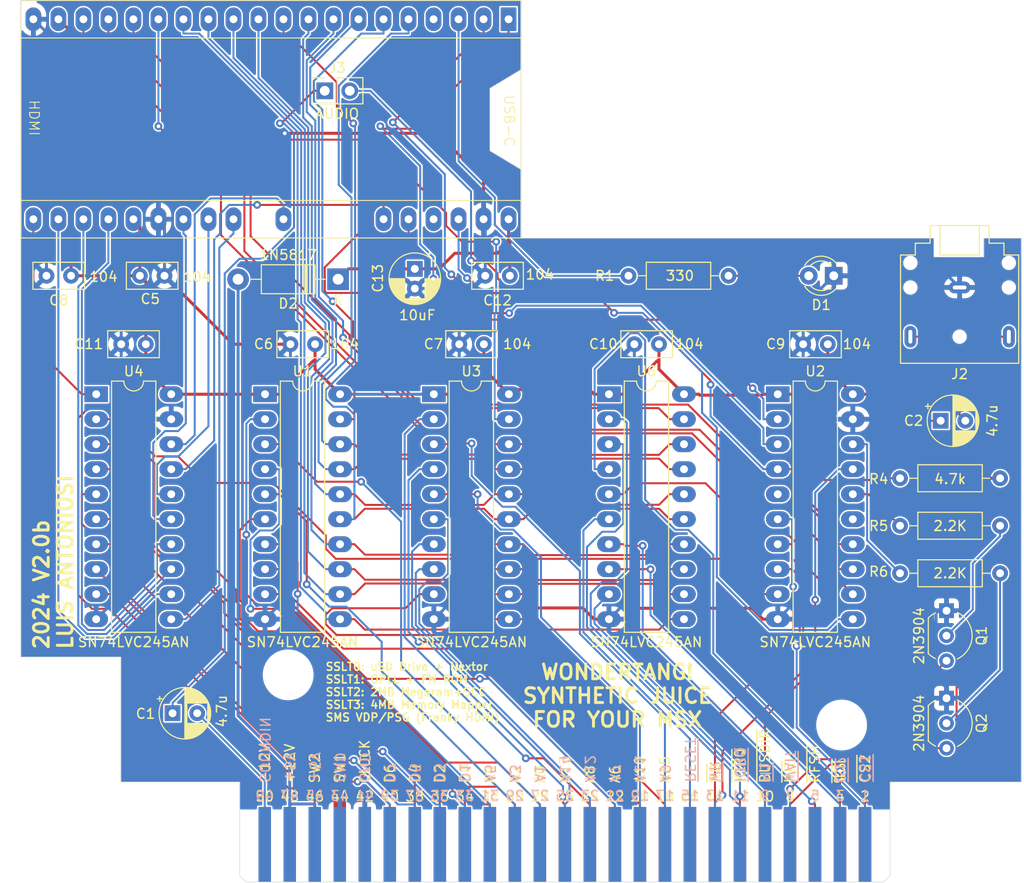
<source format=kicad_pcb>
(kicad_pcb (version 20240108) (generator "pcbnew") (generator_version "8.0")
  (title_block (title "MSX-IDE 2021") (date "2021-08-05") (company "MSXmakers"))
  (layers (0 "F.Cu" signal "Top") (31 "B.Cu" signal "Bottom") (34 "B.Paste" user) (35 "F.Paste" user) (36 "B.SilkS" user "B.Silkscreen") (37 "F.SilkS" user "F.Silkscreen") (38 "B.Mask" user) (39 "F.Mask" user) (44 "Edge.Cuts" user))
  (net 0 "")
  (net 1 "+3.3V")
  (net 2 "GND")
  (net 3 "+5V")
  (net 6 "Net-(CON1-SW1)")
  (net 7 "A0")
  (net 10 "MERQ")
  (net 11 "IORQ")
  (net 12 "RD")
  (net 13 "WR")
  (net 14 "RESET")
  (net 15 "CLOCK")
  (net 16 "D0")
  (net 17 "D1")
  (net 18 "D2")
  (net 19 "D3")
  (net 20 "D4")
  (net 21 "D5")
  (net 22 "D6")
  (net 23 "D7")
  (net 24 "A1")
  (net 25 "A2")
  (net 26 "A3")
  (net 27 "A4")
  (net 28 "A5")
  (net 29 "A6")
  (net 30 "A7")
  (net 31 "A9")
  (net 32 "A15")
  (net 33 "A11")
  (net 34 "A10")
  (net 35 "A12")
  (net 36 "A8")
  (net 37 "A14")
  (net 38 "A13")
  (net 39 "M1")
  (net 40 "RFSH")
  (net 41 "CS1")
  (net 42 "CS2")
  (net 43 "CS12")
  (net 44 "SLTSL")
  (net 45 "WAIT")
  (net 46 "INT")
  (net 47 "BUSDIR")
  (net 48 "SLTSL_33")
  (net 49 "CLOCK_33")
  (net 50 "WR_33")
  (net 51 "RD_33")
  (net 52 "D7_33")
  (net 53 "D6_33")
  (net 54 "D5_33")
  (net 55 "D4_33")
  (net 56 "D3_33")
  (net 57 "D2_33")
  (net 58 "D1_33")
  (net 59 "D0_33")
  (net 60 "MP7_33")
  (net 61 "MP6_33")
  (net 62 "MP5_33")
  (net 63 "MP4_33")
  (net 64 "MP3_33")
  (net 65 "MP2_33")
  (net 66 "MP1_33")
  (net 67 "MP0_33")
  (net 68 "MSEL0_33")
  (net 69 "MSEL1_33")
  (net 70 "INT_33")
  (net 71 "BUSDIR_33")
  (net 72 "Net-(J3-Pin_2)")
  (net 73 "WAIT_33")
  (net 74 "SOUNDIN")
  (net 75 "/CART_5V")
  (net 76 "DATADIR")
  (net 77 "LED")
  (net 78 "Net-(D1-A)")
  (net 81 "Net-(J3-Pin_1)")
  (net 82 "Net-(C2-Pad2)")
  (net 85 "Net-(Q1-B)")
  (net 86 "/WAIT_SW")
  (net 87 "MSEL2_33")
  (net 88 "Net-(Q2-B)")
  (net 89 "/INT_SW")
  (footprint "Capacitor_THT:C_Disc_D5.0mm_W2.5mm_P2.50mm" (layer "F.Cu") (at 106.71 74.265 180)
    (property "Reference" "C6")
    (property "Value" "104")
  )
  (footprint "Capacitor_THT:CP_Radial_D5.0mm_P2.50mm" (layer "F.Cu") (at 92.242 111.76)
    (property "Reference" "C1")
    (property "Value" "4.7u")
  )
  (footprint "Diode_THT:D_DO-41_SOD81_P10.16mm_Horizontal" (layer "F.Cu") (at 109.055 67.665 180)
    (property "Reference" "D2")
    (property "Value" "1N5817")
  )
  (footprint "Capacitor_THT:C_Disc_D5.0mm_W2.5mm_P2.50mm" (layer "F.Cu") (at 81.935 67.31 180)
    (property "Reference" "C8")
    (property "Value" "104")
  )
  (footprint "Capacitor_THT:C_Disc_D5.0mm_W2.5mm_P2.50mm" (layer "F.Cu") (at 89.525 74.265 180)
    (property "Reference" "C11")
    (property "Value" "104")
  )
  (footprint "Capacitor_THT:C_Disc_D5.0mm_W2.5mm_P2.50mm" (layer "F.Cu") (at 88.92 67.31)
    (property "Reference" "C5")
    (property "Value" "104")
  )
  (footprint "Package_DIP:DIP-20_W7.62mm_LongPads" (layer "F.Cu") (at 101.63 79.345)
    (property "Reference" "U1")
    (property "Value" "SN74LVC245AN")
  )
  (footprint "Resistor_THT:R_Axial_DIN0207_L6.3mm_D2.5mm_P10.16mm_Horizontal" (layer "F.Cu") (at 166.116 92.71)
    (property "Reference" "R5")
    (property "Value" "2.2K")
  )
  (footprint "Connector_PinHeader_2.54mm:PinHeader_2x01_P2.54mm_Vertical" (layer "F.Cu") (at 107.696 48.514)
    (property "Reference" "J3")
    (property "Value" "AUDIO")
  )
  (footprint "Resistor_THT:R_Axial_DIN0207_L6.3mm_D2.5mm_P10.16mm_Horizontal" (layer "F.Cu") (at 138.54 67.31)
    (property "Reference" "R1")
    (property "Value" "330")
  )
  (footprint "Tang20K:SJ1-3523N" (layer "F.Cu") (at 172.165 68.5 180)
    (property "Reference" "J2")
    (property "Value" "AudioJack3")
  )
  (footprint "Tang20K:CARTRIDGE_MSX_NOCUT" (layer "F.Cu") (at 132.08 124.46)
    (property "Reference" "CON1" (hide yes))
    (property "Value" "MSX-CONNECTOR" (hide yes))
  )
  (footprint "Capacitor_THT:CP_Radial_D5.0mm_P2.00mm" (layer "F.Cu") (at 116.84 66.6089 -90)
    (property "Reference" "C13")
    (property "Value" "10uF")
  )
  (footprint "Package_TO_SOT_THT:TO-92_Inline_Wide" (layer "F.Cu") (at 170.836 110.236 -90)
    (property "Reference" "Q2")
    (property "Value" "2N3904")
  )
  (footprint "Package_DIP:DIP-20_W7.62mm_LongPads" (layer "F.Cu") (at 136.555 79.345)
    (property "Reference" "U6")
    (property "Value" "SN74LVC245AN")
  )
  (footprint "Resistor_THT:R_Axial_DIN0207_L6.3mm_D2.5mm_P10.16mm_Horizontal" (layer "F.Cu") (at 176.276 87.884 180)
    (property "Reference" "R4")
    (property "Value" "4.7k")
  )
  (footprint "Package_DIP:DIP-20_W7.62mm_LongPads" (layer "F.Cu") (at 153.7 79.345)
    (property "Reference" "U2")
    (property "Value" "SN74LVC245AN")
  )
  (footprint "Tang20K:Tang_Nano_20k_Audio" (layer "F.Cu") (at 126.365 41.245 -90)
    (property "Reference" "U5" (hide yes))
    (property "Value" "Tang_Nano_20k")
  )
  (footprint "Capacitor_THT:C_Disc_D5.0mm_W2.5mm_P2.50mm" (layer "F.Cu") (at 123.855 74.265 180)
    (property "Reference" "C7")
    (property "Value" "104")
  )
  (footprint "Capacitor_THT:C_Disc_D5.0mm_W2.5mm_P2.50mm" (layer "F.Cu") (at 141.635 74.265 180)
    (property "Reference" "C10")
    (property "Value" "104")
  )
  (footprint "Capacitor_THT:C_Disc_D5.0mm_W2.5mm_P2.50mm" (layer "F.Cu") (at 158.78 74.265 180)
    (property "Reference" "C9")
    (property "Value" "104")
  )
  (footprint "LED_THT:LED_D3.0mm" (layer "F.Cu") (at 159.385 67.31 180)
    (property "Reference" "D1")
    (property "Value" "uSD")
  )
  (footprint "Capacitor_THT:C_Disc_D5.0mm_W2.5mm_P2.50mm" (layer "F.Cu") (at 126.492 67.31 180)
    (property "Reference" "C12")
    (property "Value" "104")
  )
  (footprint "Package_DIP:DIP-20_W7.62mm_LongPads" (layer "F.Cu") (at 84.485 79.345)
    (property "Reference" "U4")
    (property "Value" "SN74LVC245AN")
  )
  (footprint "Package_DIP:DIP-20_W7.62mm_LongPads" (layer "F.Cu") (at 118.775 79.345)
    (property "Reference" "U3")
    (property "Value" "SN74LVC245AN")
  )
  (footprint "Capacitor_THT:CP_Radial_D5.0mm_P2.50mm" (layer "F.Cu") (at 170.2449 82.042)
    (property "Reference" "C2")
    (property "Value" "4.7u")
  )
  (footprint "Package_TO_SOT_THT:TO-92_Inline_Wide" (layer "F.Cu") (at 170.836 101.346 -90)
    (property "Reference" "Q1")
    (property "Value" "2N3904")
  )
  (footprint "Resistor_THT:R_Axial_DIN0207_L6.3mm_D2.5mm_P10.16mm_Horizontal" (layer "F.Cu") (at 166.116 97.536)
    (property "Reference" "R6")
    (property "Value" "2.2K")
  )
  (gr_line (start 127.635 56.515) (end 124.46 54.61) (stroke (width 0.05)) (layer "Edge.Cuts"))
  (gr_line (start 99.06 128.27) (end 99.695 128.905) (stroke (width 0.05)) (layer "Edge.Cuts"))
  (gr_line (start 127.635 59.69) (end 127.635 56.515) (stroke (width 0.05)) (layer "Edge.Cuts"))
  (gr_line (start 165.1 118.745) (end 178.435 118.745) (stroke (width 0.05)) (layer "Edge.Cuts"))
  (gr_line (start 174.625 63.5) (end 174.625 65.405) (stroke (width 0.05)) (layer "Edge.Cuts"))
  (gr_line (start 127.635 46.355) (end 127.635 39.37) (stroke (width 0.05)) (layer "Edge.Cuts"))
  (gr_line (start 124.46 54.61) (end 124.46 48.26) (stroke (width 0.05)) (layer "Edge.Cuts"))
  (gr_line (start 164.465 128.905) (end 165.1 128.27) (stroke (width 0.05)) (layer "Edge.Cuts"))
  (gr_line (start 76.835 39.37) (end 76.835 106.045) (stroke (width 0.05)) (layer "Edge.Cuts"))
  (gr_line (start 99.695 128.905) (end 164.465 128.905) (stroke (width 0.05)) (layer "Edge.Cuts"))
  (gr_line (start 86.995 118.745) (end 99.06 118.745) (stroke (width 0.05)) (layer "Edge.Cuts"))
  (gr_line (start 76.835 106.045) (end 86.995 106.045) (stroke (width 0.05)) (layer "Edge.Cuts"))
  (gr_line (start 178.435 63.5) (end 174.625 63.5) (stroke (width 0.05)) (layer "Edge.Cuts"))
  (gr_line (start 99.06 118.745) (end 99.06 128.27) (stroke (width 0.05)) (layer "Edge.Cuts"))
  (gr_line (start 174.625 65.405) (end 169.545 65.405) (stroke (width 0.05)) (layer "Edge.Cuts"))
  (gr_line (start 124.46 48.26) (end 127.635 46.355) (stroke (width 0.05)) (layer "Edge.Cuts"))
  (gr_line (start 169.545 63.5) (end 127.635 63.5) (stroke (width 0.05)) (layer "Edge.Cuts"))
  (gr_line (start 165.1 128.27) (end 165.1 118.745) (stroke (width 0.05)) (layer "Edge.Cuts"))
  (gr_line (start 178.435 118.745) (end 178.435 63.5) (stroke (width 0.05)) (layer "Edge.Cuts"))
  (gr_line (start 169.545 65.405) (end 169.545 63.5) (stroke (width 0.05)) (layer "Edge.Cuts"))
  (gr_line (start 127.635 39.37) (end 76.835 39.37) (stroke (width 0.05)) (layer "Edge.Cuts"))
  (gr_line (start 127.635 63.5) (end 127.635 59.69) (stroke (width 0.05)) (layer "Edge.Cuts"))
  (gr_line (start 86.995 106.045) (end 86.995 118.745) (stroke (width 0.05)) (layer "Edge.Cuts"))
  (gr_text "1" (at 162.56 120.142 0) (layer "B.SilkS") (effects (font (size 1 1)) (justify mirror)))
  (gr_text "~{M1}" (at 152.4 118.872 270) (layer "B.SilkS") (effects (font (size 1 1)) (justify left mirror)))
  (gr_text "A5" (at 124.46 118.872 -90) (layer "B.SilkS") (effects (font (size 1 1)) (justify left mirror)))
  (gr_text "23" (at 134.62 120.142 0) (layer "B.SilkS") (effects (font (size 1 1)) (justify mirror)))
  (gr_text "D3" (at 119.38 118.872 -90) (layer "B.SilkS") (effects (font (size 1 1)) (justify left mirror)))
  (gr_text "+5V" (at 104.14 118.872 270) (layer "B.SilkS") (effects (font (size 1 1)) (justify left mirror)))
  (gr_text "9" (at 152.4 120.142 0) (layer "B.SilkS") (effects (font (size 1 1)) (justify mirror)))
  (gr_text "D5" (at 116.84 118.872 -90) (layer "B.SilkS") (effects (font (size 1 1)) (justify left mirror)))
  (gr_text "5" (at 157.48 120.142 0) (layer "B.SilkS") (effects (font (size 1 1)) (justify mirror)))
  (gr_text "SOUNDIN" (at 101.6 118.872 270) (layer "B.SilkS") (effects (font (size 1 1)) (justify left mirror)))
  (gr_text "A9" (at 142.24 118.872 -90) (layer "B.SilkS") (effects (font (size 1 1)) (justify left mirror)))
  (gr_text "~{RESET}" (at 144.78 118.872 270) (layer "B.SilkS") (effects (font (size 1 1)) (justify left mirror)))
  (gr_text "~{CS12}" (at 160.02 118.872 270) (layer "B.SilkS") (effects (font (size 1 0.65) (thickness 0.145)) (justify left mirror)))
  (gr_text "D1" (at 121.92 118.872 -90) (layer "B.SilkS") (effects (font (size 1 1)) (justify left mirror)))
  (gr_text "21" (at 137.16 120.142 0) (layer "B.SilkS") (effects (font (size 1 1)) (justify mirror)))
  (gr_text "41" (at 111.76 120.142 0) (layer "B.SilkS") (effects (font (size 1 1)) (justify mirror)))
  (gr_text "39" (at 114.3 120.142 0) (layer "B.SilkS") (effects (font (size 1 1)) (justify mirror)))
  (gr_text "~{WR}" (at 147.32 118.872 270) (layer "B.SilkS") (effects (font (size 1 1)) (justify left mirror)))
  (gr_text "3" (at 160.02 120.142 0) (layer "B.SilkS") (effects (font (size 1 1)) (justify mirror)))
  (gr_text "15" (at 144.78 120.142 0) (layer "B.SilkS") (effects (font (size 1 1)) (justify mirror)))
  (gr_text "25" (at 132.08 120.142 0) (layer "B.SilkS") (effects (font (size 1 1)) (justify mirror)))
  (gr_text "A3" (at 127 118.872 -90) (layer "B.SilkS") (effects (font (size 1 1)) (justify left mirror)))
  (gr_text "13" (at 147.32 120.142 0) (layer "B.SilkS") (effects (font (size 1 1)) (justify mirror)))
  (gr_text "GND" (at 109.22 118.872 -90) (layer "B.SilkS") (effects (font (size 1 1)) (justify left mirror)))
  (gr_text "~{CS1}" (at 162.56 118.872 270) (layer "B.SilkS") (effects (font (size 1 1)) (justify left mirror)))
  (gr_text "A7" (at 137.16 118.872 -90) (layer "B.SilkS") (effects (font (size 1 1)) (justify left mirror)))
  (gr_text "45" (at 106.68 120.142 0) (layer "B.SilkS") (effects (font (size 1 1)) (justify mirror)))
  (gr_text "7" (at 154.94 120.142 0) (layer "B.SilkS") (effects (font (size 1 1)) (justify mirror)))
  (gr_text "~{IORQ}" (at 149.86 118.872 270) (layer "B.SilkS") (effects (font (size 1 1)) (justify left mirror)))
  (gr_text "31" (at 124.46 120.142 0) (layer "B.SilkS") (effects (font (size 1 1)) (justify mirror)))
  (gr_text "A14" (at 132.08 118.872 -90) (layer "B.SilkS") (effects (font (size 1 1)) (justify left mirror)))
  (gr_text "A12" (at 134.62 118.872 -90) (layer "B.SilkS") (effects (font (size 1 1)) (justify left mirror)))
  (gr_text "A1" (at 129.54 118.872 -90) (layer "B.SilkS") (effects (font (size 1 1)) (justify left mirror)))
  (gr_text "GND" (at 111.76 118.872 -90) (layer "B.SilkS") (effects (font (size 1 1)) (justify left mirror)))
  (gr_text "33" (at 121.92 120.142 0) (layer "B.SilkS") (effects (font (size 1 1)) (justify mirror)))
  (gr_text "35" (at 119.38 120.142 0) (layer "B.SilkS") (effects (font (size 1 1)) (justify mirror)))
  (gr_text "43" (at 109.22 120.157 0) (layer "B.SilkS") (effects (font (size 1 1)) (justify mirror)))
  (gr_text "37" (at 116.84 120.142 0) (layer "B.SilkS") (effects (font (size 1 1)) (justify mirror)))
  (gr_text "A11" (at 139.7 118.872 -90) (layer "B.SilkS") (effects (font (size 1 1)) (justify left mirror)))
  (gr_text "~{WAIT}" (at 154.94 118.872 270) (layer "B.SilkS") (effects (font (size 1 1)) (justify left mirror)))
  (gr_text "11" (at 149.86 120.142 0) (layer "B.SilkS") (effects (font (size 1 1)) (justify mirror)))
  (gr_text "47" (at 104.14 120.142 0) (layer "B.SilkS") (effects (font (size 1 1)) (justify mirror)))
  (gr_text "17" (at 142.24 120.142 0) (layer "B.SilkS") (effects (font (size 1 1)) (justify mirror)))
  (gr_text "19" (at 139.7 120.142 0) (layer "B.SilkS") (effects (font (size 1 1)) (justify mirror)))
  (gr_text "+5V" (at 106.68 118.872 270) (layer "B.SilkS") (effects (font (size 1 1)) (justify left mirror)))
  (gr_text "49" (at 101.6 120.142 0) (layer "B.SilkS") (effects (font (size 1 1)) (justify mirror)))
  (gr_text "27" (at 129.54 120.142 0) (layer "B.SilkS") (effects (font (size 1 1)) (justify mirror)))
  (gr_text "29" (at 127 120.142 0) (layer "B.SilkS") (effects (font (size 1 1)) (justify mirror)))
  (gr_text "D7" (at 114.3 118.872 -90) (layer "B.SilkS") (effects (font (size 1 1)) (justify left mirror)))
  (gr_text "20" (at 139.7 120.22 0) (layer "F.SilkS") (effects (font (size 1 1))))
  (gr_text "+12V" (at 104.14 118.95 90) (layer "F.SilkS") (effects (font (size 1 1)) (justify left)))
  (gr_text "12" (at 149.86 120.22 0) (layer "F.SilkS") (effects (font (size 1 1))))
  (gr_text "14" (at 147.32 120.22 0) (layer "F.SilkS") (effects (font (size 1 1))))
  (gr_text "42" (at 111.76 120.22 0) (layer "F.SilkS") (effects (font (size 1 1))))
  (gr_text "SW2" (at 106.68 118.95 90) (layer "F.SilkS") (effects (font (size 1 1)) (justify left)))
  (gr_text "22" (at 137.16 120.22 0) (layer "F.SilkS") (effects (font (size 1 1))))
  (gr_text "A8" (at 134.62 118.95 90) (layer "F.SilkS") (effects (font (size 1 1)) (justify left)))
  (gr_text "A15" (at 142.24 118.95 90) (layer "F.SilkS") (effects (font (size 1 1)) (justify left)))
  (gr_text "-12V" (at 101.6 118.95 90) (layer "F.SilkS") (effects (font (size 1 1)) (justify left)))
  (gr_text "38" (at 116.84 120.22 0) (layer "F.SilkS") (effects (font (size 1 1))))
  (gr_text "~{CS2}" (at 162.56 118.95 90) (layer "F.SilkS") (effects (font (size 1 1)) (justify left)))
  (gr_text "30" (at 127 120.22 0) (layer "F.SilkS") (effects (font (size 1 1))))
  (gr_text "D4" (at 116.84 118.95 90) (layer "F.SilkS") (effects (font (size 1 1)) (justify left)))
  (gr_text "CLOCK" (at 111.76 118.95 90) (layer "F.SilkS") (effects (font (size 1 0.9)) (justify left)))
  (gr_text "A10" (at 139.7 118.95 90) (layer "F.SilkS") (effects (font (size 1 1)) (justify left)))
  (gr_text "44" (at 109.22 120.235 0) (layer "F.SilkS") (effects (font (size 1 1))))
  (gr_text "24" (at 134.62 120.22 0) (layer "F.SilkS") (effects (font (size 1 1))))
  (gr_text "48" (at 104.14 120.22 0) (layer "F.SilkS") (effects (font (size 1 1))))
  (gr_text "46" (at 106.68 120.22 0) (layer "F.SilkS") (effects (font (size 1 1))))
  (gr_text "8" (at 154.94 120.22 0) (layer "F.SilkS") (effects (font (size 1 1))))
  (gr_text "34" (at 121.92 120.22 0) (layer "F.SilkS") (effects (font (size 1 1))))
  (gr_text "~{BUSDIR}" (at 152.4 118.95 90) (layer "F.SilkS") (effects (font (size 1 1)) (justify left)))
  (gr_text "28" (at 129.54 120.22 0) (layer "F.SilkS") (effects (font (size 1 1))))
  (gr_text "50" (at 101.6 120.22 0) (layer "F.SilkS") (effects (font (size 1 1))))
  (gr_text "36" (at 119.38 120.22 0) (layer "F.SilkS") (effects (font (size 1 1))))
  (gr_text "D2" (at 119.38 118.95 90) (layer "F.SilkS") (effects (font (size 1 1)) (justify left)))
  (gr_text "A13" (at 132.08 118.95 90) (layer "F.SilkS") (effects (font (size 1 1)) (justify left)))
  (gr_text "A0" (at 129.54 118.95 90) (layer "F.SilkS") (effects (font (size 1 1)) (justify left)))
  (gr_text "A6" (at 137.16 118.95 90) (layer "F.SilkS") (effects (font (size 1 1)) (justify left)))
  (gr_text "18" (at 142.24 120.22 0) (layer "F.SilkS") (effects (font (size 1 1))))
  (gr_text "2" (at 162.56 120.22 0) (layer "F.SilkS") (effects (font (size 1 1))))
  (gr_text "~{RD}" (at 147.32 118.95 90) (layer "F.SilkS") (effects (font (size 1 1)) (justify left)))
  (gr_text "26" (at 132.08 120.22 0) (layer "F.SilkS") (effects (font (size 1 1))))
  (gr_text "4" (at 160.02 120.22 0) (layer "F.SilkS") (effects (font (size 1 1))))
  (gr_text "40" (at 114.3 120.22 0) (layer "F.SilkS") (effects (font (size 1 1))))
  (gr_text "~{INT}" (at 154.94 118.95 90) (layer "F.SilkS") (effects (font (size 1 1)) (justify left)))
  (gr_text "32" (at 124.46 120.22 0) (layer "F.SilkS") (effects (font (size 1 1))))
  (gr_text "2024 V2.0b\nLUIS ANTONIOSI" (at 82.225 105.41 90) (layer "F.SilkS") (effects (font (size 1.5 1.5) (thickness 0.3) (bold yes)) (justify left bottom)))
  (gr_text "SW1" (at 109.22 118.95 90) (layer "F.SilkS") (effects (font (size 1 1)) (justify left)))
  (gr_text "D6" (at 114.3 118.95 90) (layer "F.SilkS") (effects (font (size 1 1)) (justify left)))
  (gr_text "~{RFSH}" (at 157.48 118.95 90) (layer "F.SilkS") (effects (font (size 1 1)) (justify left)))
  (gr_text "SSLT0: uSD Drive + Nextor\nSSLT1: OPLL + FM ROM\nSSLT2: 2MB Megaram+SCC\nSSLT3: 4MB Memory Mapper\nSMS VDP/PSG (Franky HDMI)" (at 107.696 112.649 0) (layer "F.SilkS") (effects (font (size 0.8 0.8) (thickness 0.16) (bold yes)) (justify left bottom)))
  (gr_text "6" (at 157.48 120.22 0) (layer "F.SilkS") (effects (font (size 1 1))))
  (gr_text "A4" (at 124.46 118.95 90) (layer "F.SilkS") (effects (font (size 1 1)) (justify left)))
  (gr_text "A2" (at 127 118.95 90) (layer "F.SilkS") (effects (font (size 1 1)) (justify left)))
  (gr_text "16" (at 144.78 120.22 0) (layer "F.SilkS") (effects (font (size 1 1))))
  (gr_text "WONDERTANG!\nSYNTHETIC JUICE\nFOR YOUR MSX" (at 137.414 113.284 0) (layer "F.SilkS") (effects (font (size 1.5 1.5) (thickness 0.3) (bold yes)) (justify bottom)))
  (gr_text "~{SLTSL}" (at 160.02 118.95 90) (layer "F.SilkS") (effects (font (size 1 0.58) (thickness 0.145) (bold yes)) (justify left)))
  (gr_text "10" (at 152.4 120.22 0) (layer "F.SilkS") (effects (font (size 1 1))))
  (gr_text "D0" (at 121.92 118.95 90) (layer "F.SilkS") (effects (font (size 1 1)) (justify left)))
  (gr_text "~{MERQ}" (at 149.86 118.95 90) (layer "F.SilkS") (effects (font (size 1 0.85)) (justify left)))
  (segment (start 123.855 74.265) (end 123.855 76.805) (width 0.3048) (layer "F.Cu") (net 1))
  (segment (start 81.935 67.31) (end 81.935 42.535) (width 0.3048) (layer "F.Cu") (net 1))
  (segment (start 89.525 74.265) (end 89.525 67.915) (width 0.3048) (layer "F.Cu") (net 1))
  (segment (start 158.78 74.265) (end 158.78 76.805) (width 0.3048) (layer "F.Cu") (net 1))
  (segment (start 88.92 67.31) (end 88.92 62.22) (width 0.3048) (layer "F.Cu") (net 1))
  (segment (start 89.525 76.765) (end 92.105 79.345) (width 0.3048) (layer "F.Cu") (net 1))
  (segment (start 134.5751 78.8716) (end 135.0485 79.345) (width 0.3048) (layer "F.Cu") (net 1))
  (segment (start 123.855 75.9731) (end 123.6534 75.9731) (width 0.3048) (layer "F.Cu") (net 1))
  (segment (start 89.525 67.915) (end 88.92 67.31) (width 0.3048) (layer "F.Cu") (net 1))
  (segment (start 141.635 75.9731) (end 141.4334 75.9731) (width 0.3048) (layer "F.Cu") (net 1))
  (segment (start 106.5084 75.9731) (end 103.1365 79.345) (width 0.3048) (layer "F.Cu") (net 1))
  (segment (start 123.855 76.805) (end 126.395 79.345) (width 0.3048) (layer "F.Cu") (net 1))
  (segment (start 101.63 79.345) (end 103.1365 79.345) (width 0.3048) (layer "F.Cu") (net 1))
  (segment (start 106.71 76.805) (end 109.25 79.345) (width 0.3048) (layer "F.Cu") (net 1))
  (segment (start 88.92 62.22) (end 88.265 61.565) (width 0.3048) (layer "F.Cu") (net 1))
  (segment (start 152.0999 79.4386) (end 152.1935 79.345) (width 0.3048) (layer "F.Cu") (net 1))
  (segment (start 136.555 79.345) (end 138.0615 79.345) (width 0.3048) (layer "F.Cu") (net 1))
  (segment (start 136.555 79.345) (end 135.0485 79.345) (width 0.3048) (layer "F.Cu") (net 1))
  (segment (start 118.775 79.345) (end 120.2815 79.345) (width 0.3048) (layer "F.Cu") (net 1))
  (segment (start 144.175 79.345) (end 145.6815 79.345) (width 0.3048) (layer "F.Cu") (net 1))
  (segment (start 88.92 67.31) (end 81.935 67.31) (width 0.3048) (layer "F.Cu") (net 1))
  (segment (start 123.6534 75.9731) (end 120.2815 79.345) (width 0.3048) (layer "F.Cu") (net 1))
  (segment (start 141.635 76.805) (end 144.175 79.345) (width 0.3048) (layer "F.Cu") (net 1))
  (segment (start 153.7 79.345) (end 155.2065 79.345) (width 0.3048) (layer "F.Cu") (net 1))
  (segment (start 162.8265 79.345) (end 171.3655 87.884) (width 0.3048) (layer "F.Cu") (net 1))
  (segment (start 161.32 79.345) (end 162.8265 79.345) (width 0.3048) (layer "F.Cu") (net 1))
  (segment (start 158.78 76.805) (end 161.32 79.345) (width 0.3048) (layer "F.Cu") (net 1))
  (segment (start 153.7 79.345) (end 152.1935 79.345) (width 0.3048) (layer "F.Cu") (net 1))
  (segment (start 106.71 75.9731) (end 106.5084 75.9731) (width 0.3048) (layer "F.Cu") (net 1))
  (segment (start 141.635 74.265) (end 141.635 76.805) (width 0.3048) (layer "F.Cu") (net 1))
  (segment (start 101.63 79.345) (end 92.105 79.345) (width 0.3048) (layer "F.Cu") (net 1))
  (segment (start 158.5784 75.9731) (end 155.2065 79.345) (width 0.3048) (layer "F.Cu") (net 1))
  (segment (start 81.935 42.535) (end 80.645 41.245) (width 0.3048) (layer "F.Cu") (net 1))
  (segment (start 158.78 75.9731) (end 158.5784 75.9731) (width 0.3048) (layer "F.Cu") (net 1))
  (segment (start 171.3655 87.884) (end 176.276 87.884) (width 0.3048) (layer "F.Cu") (net 1))
  (segment (start 141.4334 75.9731) (end 138.0615 79.345) (width 0.3048) (layer "F.Cu") (net 1))
  (segment (start 89.525 74.265) (end 89.525 76.765) (width 0.3048) (layer "F.Cu") (net 1))
  (segment (start 106.71 74.265) (end 106.71 76.805) (width 0.3048) (layer "F.Cu") (net 1))
  (segment (start 145.7751 79.4386) (end 152.0999 79.4386) (width 0.3048) (layer "F.Cu") (net 1))
  (segment (start 145.6815 79.345) (end 145.7751 79.4386) (width 0.3048) (layer "F.Cu") (net 1))
  (segment (start 125.9216 78.8716) (end 134.5751 78.8716) (width 0.3048) (layer "F.Cu") (net 1))
  (segment (start 118.775 79.345) (end 109.25 79.345) (width 0.3048) (layer "B.Cu") (net 1))
  (segment (start 153.7 102.205) (end 152.1935 102.205) (width 0.3048) (layer "F.Cu") (net 2))
  (segment (start 123.825 61.565) (end 123.825 57.531) (width 0.3048) (layer "F.Cu") (net 2))
  (segment (start 133.9077 101.0642) (end 135.0485 102.205) (width 0.3048) (layer "F.Cu") (net 2))
  (segment (start 139.1727 101.0938) (end 151.0823 101.0938) (width 0.3048) (layer "F.Cu") (net 2))
  (segment (start 151.0823 101.0938) (end 152.1935 102.205) (width 0.3048) (layer "F.Cu") (net 2))
  (segment (start 98.375 74.265) (end 104.21 74.265) (width 0.3048) (layer "F.Cu") (net 2))
  (segment (start 136.555 102.205) (end 138.0615 102.205) (width 0.3048) (layer "F.Cu") (net 2))
  (segment (start 118.775 102.205) (end 120.2815 102.205) (width 0.3048) (layer "F.Cu") (net 2))
  (segment (start 91.42 67.31) (end 98.375 74.265) (width 0.3048) (layer "F.Cu") (net 2))
  (segment (start 121.4223 101.0642) (end 133.9077 101.0642) (width 0.3048) (layer "F.Cu") (net 2))
  (segment (start 138.0615 102.205) (end 139.1727 101.0938) (width 0.3048) (layer "F.Cu") (net 2))
  (segment (start 123.825 57.531) (end 119.126 52.832) (width 0.3048) (layer "F.Cu") (net 2))
  (segment (start 119.126 52.832) (end 103.632 52.832) (width 0.3048) (layer "F.Cu") (net 2))
  (segment (start 120.2815 102.205) (end 121.4223 101.0642) (width 0.3048) (layer "F.Cu") (net 2))
  (segment (start 136.555 102.205) (end 135.0485 102.205) (width 0.3048) (layer "F.Cu") (net 2))
  (via (at 103.632 52.832) (size 0.7874) (drill 0.381) (layers "F.Cu" "B.Cu") (net 2))
  (segment (start 123.992 61.732) (end 123.825 61.565) (width 0.3048) (layer "B.Cu") (net 2))
  (segment (start 170.836 101.346) (end 169.8947 101.346) (width 0.3048) (layer "B.Cu") (net 2))
  (segment (start 90.805 55.499) (end 90.805 61.565) (width 0.3048) (layer "B.Cu") (net 2))
  (segment (start 79.435 67.31) (end 79.435 49.022) (width 0.3048) (layer "B.Cu") (net 2))
  (segment (start 104.21 74.265) (end 104.21 99.625) (width 0.3048) (layer "B.Cu") (net 2))
  (segment (start 87.025 71.705) (end 87.025 74.265) (width 0.3048) (layer "B.Cu") (net 2))
  (segment (start 170.975 67.31) (end 172.165 68.5) (width 0.3048) (layer "B.Cu") (net 2))
  (segment (start 87.025 74.265) (end 87.025 99.665) (width 0.3048) (layer "B.Cu") (net 2))
  (segment (start 82.804 52.832) (end 88.138 52.832) (width 0.3048) (layer "B.Cu") (net 2))
  (segment (start 109.7358 108.8043) (end 103.1365 102.205) (width 0.3048) (layer "B.Cu") (net 2))
  (segment (start 156.28 99.625) (end 153.7 102.205) (width 0.3048) (layer "B.Cu") (net 2))
  (segment (start 156.28 74.265) (end 156.28 70.415) (width 0.3048) (layer "B.Cu") (net 2))
  (segment (start 122.693112 68.608888) (end 116.84 68.608888) (width 0.3048) (layer "B.Cu") (net 2))
  (segment (start 121.3721 68.6089) (end 121.355 68.626) (width 0.3048) (layer "B.Cu") (net 2))
  (segment (start 91.42 62.18) (end 90.805 61.565) (width 0.3048) (layer "B.Cu") (net 2))
  (segment (start 90.3127 81.5992) (end 90.5985 81.885) (width 0.3048) (layer "B.Cu") (net 2))
  (segment (start 109.7358 119.6961) (end 109.7358 108.8043) (width 0.3048) (layer "B.Cu") (net 2))
  (segment (start 169.781 101.346) (end 169.7795 101.3475) (width 0.3048) (layer "B.Cu") (net 2))
  (segment (start 79.435 49.022) (end 79.435 42.575) (width 0.3048) (layer "B.Cu") (net 2))
  (segment (start 109.22 125.095) (end 109.22 120.2119) (width 0.3048) (layer "B.Cu") (net 2))
  (segment (start 92.105 81.885) (end 90.5985 81.885) (width 0.3048) (layer "B.Cu") (net 2))
  (segment (start 91.42 67.31) (end 91.42 62.18) (width 0.3048) (layer "B.Cu") (net 2))
  (segment (start 79.435 42.575) (end 78.105 41.245) (width 0.3048) (layer "B.Cu") (net 2))
  (segment (start 91.42 67.31) (end 87.025 71.705) (width 0.3048) (layer "B.Cu") (net 2))
  (segment (start 121.355 99.625) (end 118.775 102.205) (width 0.3048) (layer "B.Cu") (net 2))
  (segment (start 123.992 67.31) (end 122.693112 68.608888) (width 0.3048) (layer "B.Cu") (net 2))
  (segment (start 88.138 52.832) (end 103.632 52.832) (width 0.3048) (layer "B.Cu") (net 2))
  (segment (start 109.22 120.2119) (end 109.7358 119.6961) (width 0.3048) (layer "B.Cu") (net 2))
  (segment (start 121.355 74.265) (end 121.355 99.625) (width 0.3048) (layer "B.Cu") (net 2))
  (segment (start 170.836 110.236) (end 170.836 109.1795) (width 0.3048) (layer "B.Cu") (net 2))
  (segment (start 169.7795 101.3475) (end 169.7795 108.123) (width 0.3048) (layer "B.Cu") (net 2))
  (segment (start 79.435 49.463) (end 79.435 49.022) (width 0.3048) (layer "B.Cu") (net 2))
  (segment (start 169.367 100.935) (end 169.7795 101.3475) (width 0.3048) (layer "B.Cu") (net 2))
  (segment (start 154.97 100.935) (end 169.367 100.935) (width 0.3048) (layer "B.Cu") (net 2))
  (segment (start 109.7358 119.6961) (end 111.3241 119.6961) (width 0.3048) (layer "B.Cu") (net 2))
  (segment (start 79.435 49.463) (end 82.804 52.832) (width 0.3048) (layer "B.Cu") (net 2))
  (segment (start 156.28 81.885) (end 161.32 81.885) (width 0.3048) (layer "B.Cu") (net 2))
  (segment (start 87.025 99.665) (end 84.485 102.205) (width 0.3048) (layer "B.Cu") (net 2))
  (segment (start 159.385 67.31) (end 170.975 67.31) (width 0.3048) (layer "B.Cu") (net 2))
  (segment (start 101.63 102.205) (end 103.1365 102.205) (width 0.3048) (layer "B.Cu") (net 2))
  (segment (start 169.8947 101.346) (end 169.781 101.346) (width 0.3048) (layer "B.Cu") (net 2))
  (segment (start 139.135 99.625) (end 136.555 102.205) (width 0.3048) (layer "B.Cu") (net 2))
  (segment (start 111.3241 119.6961) (end 111.76 120.132) (width 0.3048) (layer "B.Cu") (net 2))
  (segment (start 88.138 52.832) (end 90.805 55.499) (width 0.3048) (layer "B.Cu") (net 2))
  (segment (start 121.355 68.626) (end 121.355 74.265) (width 0.3048) (layer "B.Cu") (net 2))
  (segment (start 87.025 81.5992) (end 90.3127 81.5992) (width 0.3048) (layer "B.Cu") (net 2))
  (segment (start 169.7795 108.123) (end 170.836 109.1795) (width 0.3048) (layer "B.Cu") (net 2))
  (segment (start 156.28 74.265) (end 156.28 99.625) (width 0.3048) (layer "B.Cu") (net 2))
  (segment (start 123.992 67.31) (end 123.992 61.732) (width 0.3048) (layer "B.Cu") (net 2))
  (segment (start 139.135 74.265) (end 139.135 99.625) (width 0.3048) (layer "B.Cu") (net 2))
  (segment (start 104.21 99.625) (end 101.63 102.205) (width 0.3048) (layer "B.Cu") (net 2))
  (segment (start 111.76 120.132) (end 111.76 125.095) (width 0.3048) (layer "B.Cu") (net 2))
  (segment (start 156.28 70.415) (end 159.385 67.31) (width 0.3048) (layer "B.Cu") (net 2))
  (segment (start 79.435 49.022) (end 79.435 49.463) (width 0.3048) (layer "B.Cu") (net 2))
  (segment (start 126.492 63.754) (end 126.365 63.627) (width 0.3048) (layer "F.Cu") (net 3))
  (segment (start 119.319112 66.608888) (end 120.904 65.024) (width 0.3048) (layer "F.Cu") (net 3))
  (segment (start 116.84 66.608888) (end 119.319112 66.608888) (width 0.3048) (layer "F.Cu") (net 3))
  (segment (start 126.238 64.008) (end 126.238 63.754) (width 0.3048) (layer "F.Cu") (net 3))
  (segment (start 125.222 65.024) (end 126.238 64.008) (width 0.3048) (layer "F.Cu") (net 3))
  (segment (start 110.111112 66.608888) (end 109.055 67.665) (width 0.3048) (layer "F.Cu") (net 3))
  (segment (start 120.904 65.024) (end 125.222 65.024) (width 0.3048) (layer "F.Cu") (net 3))
  (segment (start 126.365 63.627) (end 126.365 61.565) (width 0.3048) (layer "F.Cu") (net 3))
  (segment (start 126.238 63.754) (end 126.365 63.627) (width 0.3048) (layer "F.Cu") (net 3))
  (segment (start 116.84 66.608888) (end 110.111112 66.608888) (width 0.3048) (layer "F.Cu") (net 3))
  (segment (start 126.492 67.31) (end 126.492 63.754) (width 0.3048) (layer "F.Cu") (net 3))
  (segment (start 107.2032 119.7593) (end 109.22 119.7593) (width 0.2032) (layer "F.Cu") (net 6))
  (segment (start 106.68 120.2825) (end 107.2032 119.7593) (width 0.2032) (layer "F.Cu") (net 6))
  (segment (start 109.22 123.825) (end 109.22 119.7593) (width 0.2032) (layer "F.Cu") (net 6))
  (segment (start 106.68 125.095) (end 106.68 120.2825) (width 0.2032) (layer "F.Cu") (net 6))
  (segment (start 125.2853 116.7746) (end 119.9672 116.7746) (width 0.2032) (layer "F.Cu") (net 7))
  (segment (start 100.832 100.7694) (end 99.7314 99.6688) (width 0.2032) (layer "F.Cu") (net 7))
  (segment (start 129.54 121.0293) (end 125.2853 116.7746) (width 0.2032) (layer "F.Cu") (net 7))
  (segment (start 99.7314 99.6688) (end 99.7314 93.6082) (width 0.2032) (layer "F.Cu") (net 7))
  (segment (start 119.9672 116.7746) (end 103.962 100.7694) (width 0.2032) (layer "F.Cu") (net 7))
  (segment (start 129.54 125.095) (end 129.54 121.0293) (width 0.2032) (layer "F.Cu") (net 7))
  (segment (start 103.962 100.7694) (end 100.832 100.7694) (width 0.2032) (layer "F.Cu") (net 7))
  (via (at 99.7314 93.6082) (size 0.7874) (drill 0.381) (layers "F.Cu" "B.Cu") (net 7))
  (segment (start 100.1743 81.885) (end 99.7314 82.3279) (width 0.2032) (layer "B.Cu") (net 7))
  (segment (start 99.7314 82.3279) (end 99.7314 93.6082) (width 0.2032) (layer "B.Cu") (net 7))
  (segment (start 101.63 81.885) (end 100.1743 81.885) (width 0.2032) (layer "B.Cu") (net 7))
  (segment (start 149.86 125.095) (end 149.86 120.217) (width 0.2032) (layer "F.Cu") (net 10))
  (via (at 149.86 120.217) (size 0.7874) (drill 0.381) (layers "F.Cu" "B.Cu") (net 10))
  (segment (start 137.2206 98.395) (end 138.368 97.2476) (width 0.2032) (layer "B.Cu") (net 10))
  (segment (start 134.7053 102.8585) (end 134.7053 99.596) (width 0.2032) (layer "B.Cu") (net 10))
  (segment (start 149.86 118.0132) (end 134.7053 102.8585) (width 0.2032) (layer "B.Cu") (net 10))
  (segment (start 134.7053 99.596) (end 135.9063 98.395) (width 0.2032) (layer "B.Cu") (net 10))
  (segment (start 138.368 82.2423) (end 138.0107 81.885) (width 0.2032) (layer "B.Cu") (net 10))
  (segment (start 135.9063 98.395) (end 137.2206 98.395) (width 0.2032) (layer "B.Cu") (net 10))
  (segment (start 136.555 81.885) (end 138.0107 81.885) (width 0.2032) (layer "B.Cu") (net 10))
  (segment (start 138.368 97.2476) (end 138.368 82.2423) (width 0.2032) (layer "B.Cu") (net 10))
  (segment (start 149.86 120.217) (end 149.86 118.0132) (width 0.2032) (layer "B.Cu") (net 10))
  (segment (start 148.8421 120.1482) (end 148.8421 117.5211) (width 0.2032) (layer "B.Cu") (net 11))
  (segment (start 138.0107 92.4859) (end 138.0107 84.425) (width 0.2032) (layer "B.Cu") (net 11))
  (segment (start 149.86 125.095) (end 149.86 121.0293) (width 0.2032) (layer "B.Cu") (net 11))
  (segment (start 135.8811 93.315) (end 137.1816 93.315) (width 0.2032) (layer "B.Cu") (net 11))
  (segment (start 149.7232 121.0293) (end 148.8421 120.1482) (width 0.2032) (layer "B.Cu") (net 11))
  (segment (start 149.86 121.0293) (end 149.7232 121.0293) (width 0.2032) (layer "B.Cu") (net 11))
  (segment (start 134.3186 94.8775) (end 135.8811 93.315) (width 0.2032) (layer "B.Cu") (net 11))
  (segment (start 148.8421 117.5211) (end 134.3186 102.9976) (width 0.2032) (layer "B.Cu") (net 11))
  (segment (start 134.3186 102.9976) (end 134.3186 94.8775) (width 0.2032) (layer "B.Cu") (net 11))
  (segment (start 137.1816 93.315) (end 138.0107 92.4859) (width 0.2032) (layer "B.Cu") (net 11))
  (segment (start 136.555 84.425) (end 138.0107 84.425) (width 0.2032) (layer "B.Cu") (net 11))
  (segment (start 147.32 125.095) (end 147.32 121.0293) (width 0.2032) (layer "F.Cu") (net 12))
  (segment (start 155.2678 104.3566) (end 155.2678 98.8952) (width 0.2032) (layer "F.Cu") (net 12))
  (segment (start 147.32 121.0293) (end 147.32 112.3044) (width 0.2032) (layer "F.Cu") (net 12))
  (segment (start 147.32 112.3044) (end 155.2678 104.3566) (width 0.2032) (layer "F.Cu") (net 12))
  (via (at 155.2678 98.8952) (size 0.7874) (drill 0.381) (layers "F.Cu" "B.Cu") (net 12))
  (segment (start 155.1557 98.7831) (end 155.2678 98.8952) (width 0.2032) (layer "B.Cu") (net 12))
  (segment (start 153.7 92.045) (end 155.1557 92.045) (width 0.2032) (layer "B.Cu") (net 12))
  (segment (start 155.1557 92.045) (end 155.1557 98.7831) (width 0.2032) (layer "B.Cu") (net 12))
  (segment (start 148.0811 115.6243) (end 156.285 107.4204) (width 0.2032) (layer "F.Cu") (net 13))
  (segment (start 155.1557 96.0407) (end 155.1557 94.585) (width 0.2032) (layer "F.Cu") (net 13))
  (segment (start 156.285 107.4204) (end 156.285 97.17) (width 0.2032) (layer "F.Cu") (net 13))
  (segment (start 156.285 97.17) (end 155.1557 96.0407) (width 0.2032) (layer "F.Cu") (net 13))
  (segment (start 148.0811 120.0763) (end 148.0811 115.6243) (width 0.2032) (layer "F.Cu") (net 13))
  (segment (start 153.7 94.585) (end 155.1557 94.585) (width 0.2032) (layer "F.Cu") (net 13))
  (via (at 148.0811 120.0763) (size 0.7874) (drill 0.381) (layers "F.Cu" "B.Cu") (net 13))
  (segment (start 147.32 125.095) (end 147.32 120.8374) (width 0.2032) (layer "B.Cu") (net 13))
  (segment (start 147.32 120.8374) (end 148.0811 120.0763) (width 0.2032) (layer "B.Cu") (net 13))
  (segment (start 133.9613 103.5447) (end 144.78 114.3634) (width 0.2032) (layer "B.Cu") (net 14))
  (segment (start 135.0993 92.045) (end 133.9613 93.183) (width 0.2032) (layer "B.Cu") (net 14))
  (segment (start 144.78 125.095) (end 144.78 121.0293) (width 0.2032) (layer "B.Cu") (net 14))
  (segment (start 144.78 114.3634) (end 144.78 121.0293) (width 0.2032) (layer "B.Cu") (net 14))
  (segment (start 136.555 92.045) (end 135.0993 92.045) (width 0.2032) (layer "B.Cu") (net 14))
  (segment (start 133.9613 93.183) (end 133.9613 103.5447) (width 0.2032) (layer "B.Cu") (net 14))
  (segment (start 90.4728 85.6586) (end 85.5929 80.7787) (width 0.2032) (layer "F.Cu") (net 15))
  (segment (start 82.669 99.7581) (end 84.0602 101.1493) (width 0.2032) (layer "F.Cu") (net 15))
  (segment (start 92.8023 85.6586) (end 90.4728 85.6586) (width 0.2032) (layer "F.Cu") (net 15))
  (segment (start 102.4565 88.3608) (end 95.5045 88.3608) (width 0.2032) (layer "F.Cu") (net 15))
  (segment (start 104.0357 119.391) (end 110.8825 119.391) (width 0.2032) (layer "F.Cu") (net 15))
  (segment (start 82.669 81.7727) (end 82.669 99.7581) (width 0.2032) (layer "F.Cu") (net 15))
  (segment (start 85.5929 80.7787) (end 83.663 80.7787) (width 0.2032) (layer "F.Cu") (net 15))
  (segment (start 95.5045 88.3608) (end 92.8023 85.6586) (width 0.2032) (layer "F.Cu") (net 15))
  (segment (start 84.0602 101.1493) (end 85.794 101.1493) (width 0.2032) (layer "F.Cu") (net 15))
  (segment (start 107.7943 93.6986) (end 102.4565 88.3608) (width 0.2032) (layer "F.Cu") (net 15))
  (segment (start 110.8825 119.391) (end 111.76 120.2685) (width 0.2032) (layer "F.Cu") (net 15))
  (segment (start 107.7943 95.0411) (end 107.7943 93.6986) (width 0.2032) (layer "F.Cu") (net 15))
  (segment (start 85.794 101.1493) (end 104.0357 119.391) (width 0.2032) (layer "F.Cu") (net 15))
  (segment (start 108.8225 96.0693) (end 107.7943 95.0411) (width 0.2032) (layer "F.Cu") (net 15))
  (segment (start 111.76 120.2685) (end 111.76 125.095) (width 0.2032) (layer "F.Cu") (net 15))
  (segment (start 148.6486 96.0693) (end 108.8225 96.0693) (width 0.2032) (layer "F.Cu") (net 15))
  (segment (start 153.7 99.665) (end 152.2443 99.665) (width 0.2032) (layer "F.Cu") (net 15))
  (segment (start 83.663 80.7787) (end 82.669 81.7727) (width 0.2032) (layer "F.Cu") (net 15))
  (segment (start 152.2443 99.665) (end 148.6486 96.0693) (width 0.2032) (layer "F.Cu") (net 15))
  (segment (start 98.7037 100.4234) (end 98.7037 99.2598) (width 0.2032) (layer "F.Cu") (net 16))
  (segment (start 90.5029 92.336) (end 90.5029 86.4472) (width 0.2032) (layer "F.Cu") (net 16))
  (segment (start 92.6089 93.165) (end 91.3319 93.165) (width 0.2032) (layer "F.Cu") (net 16))
  (segment (start 90.5029 86.4472) (end 85.9407 81.885) (width 0.2032) (layer "F.Cu") (net 16))
  (segment (start 99.0609 100.7806) (end 98.7037 100.4234) (width 0.2032) (layer "F.Cu") (net 16))
  (segment (start 84.485 81.885) (end 85.9407 81.885) (width 0.2032) (layer "F.Cu") (net 16))
  (segment (start 105.4701 103.7955) (end 100.7265 103.7955) (width 0.2032) (layer "F.Cu") (net 16))
  (segment (start 121.92 121.0293) (end 121.92 120.2455) (width 0.2032) (layer "F.Cu") (net 16))
  (segment (start 98.7037 99.2598) (end 92.6089 93.165) (width 0.2032) (layer "F.Cu") (net 16))
  (segment (start 121.92 125.095) (end 121.92 121.0293) (width 0.2032) (layer "F.Cu") (net 16))
  (segment (start 91.3319 93.165) (end 90.5029 92.336) (width 0.2032) (layer "F.Cu") (net 16))
  (segment (start 99.0609 102.1299) (end 99.0609 100.7806) (width 0.2032) (layer "F.Cu") (net 16))
  (segment (start 105.4701 103.7956) (end 105.4701 103.7955) (width 0.2032) (layer "F.Cu") (net 16))
  (segment (start 100.7265 103.7955) (end 99.0609 102.1299) (width 0.2032) (layer "F.Cu") (net 16))
  (segment (start 121.92 120.2455) (end 105.4701 103.7956) (width 0.2032) (layer "F.Cu") (net 16))
  (segment (start 100.5786 104.1529) (end 98.3479 101.9222) (width 0.2032) (layer "F.Cu") (net 17))
  (segment (start 120.6757 119.5065) (end 105.3221 104.1529) (width 0.2032) (layer "F.Cu") (net 17))
  (segment (start 89.0858 93.4761) (end 89.0858 87.5701) (width 0.2032) (layer "F.Cu") (net 17))
  (segment (start 84.485 84.425) (end 85.9407 84.425) (width 0.2032) (layer "F.Cu") (net 17))
  (segment (start 91.2504 95.6407) (end 89.0858 93.4761) (width 0.2032) (layer "F.Cu") (net 17))
  (segment (start 93.0913 95.6407) (end 91.2504 95.6407) (width 0.2032) (layer "F.Cu") (net 17))
  (segment (start 89.0858 87.5701) (end 85.9407 84.425) (width 0.2032) (layer "F.Cu") (net 17))
  (segment (start 98.3479 101.9222) (end 98.3479 100.8973) (width 0.2032) (layer "F.Cu") (net 17))
  (segment (start 105.3221 104.1529) (end 100.5786 104.1529) (width 0.2032) (layer "F.Cu") (net 17))
  (segment (start 98.3479 100.8973) (end 93.0913 95.6407) (width 0.2032) (layer "F.Cu") (net 17))
  (segment (start 120.6757 119.9715) (end 120.6757 119.5065) (width 0.2032) (layer "F.Cu") (net 17))
  (via (at 120.6757 119.9715) (size 0.7874) (drill 0.381) (layers "F.Cu" "B.Cu") (net 17))
  (segment (start 121.92 121.0293) (end 121.7335 121.0293) (width 0.2032) (layer "B.Cu") (net 17))
  (segment (start 121.92 125.095) (end 121.92 121.0293) (width 0.2032) (layer "B.Cu") (net 17))
  (segment (start 121.7335 121.0293) (end 120.6757 119.9715) (width 0.2032) (layer "B.Cu") (net 17))
  (segment (start 119.38 118.7161) (end 119.38 125.095) (width 0.2032) (layer "F.Cu") (net 18))
  (segment (start 92.9502 96.0178) (end 97.4821 100.5497) (width 0.2032) (layer "F.Cu") (net 18))
  (segment (start 91.103 96.0178) (end 92.9502 96.0178) (width 0.2032) (layer "F.Cu") (net 18))
  (segment (start 105.2692 104.6053) (end 119.38 118.7161) (width 0.2032) (layer "F.Cu") (net 18))
  (segment (start 100.5256 104.6053) (end 105.2692 104.6053) (width 0.2032) (layer "F.Cu") (net 18))
  (segment (start 97.4821 100.5497) (end 97.4821 101.5618) (width 0.2032) (layer "F.Cu") (net 18))
  (segment (start 84.485 86.965) (end 85.9407 86.965) (width 0.2032) (layer "F.Cu") (net 18))
  (segment (start 85.9407 86.965) (end 85.9407 90.8555) (width 0.2032) (layer "F.Cu") (net 18))
  (segment (start 97.4821 101.5618) (end 100.5256 104.6053) (width 0.2032) (layer "F.Cu") (net 18))
  (segment (start 85.9407 90.8555) (end 91.103 96.0178) (width 0.2032) (layer "F.Cu") (net 18))
  (segment (start 85.1801 93.315) (end 83.822 93.315) (width 0.2032) (layer "F.Cu") (net 19))
  (segment (start 91.5371 101.0608) (end 86.6756 96.1993) (width 0.2032) (layer "F.Cu") (net 19))
  (segment (start 83.822 93.315) (end 83.0293 92.5223) (width 0.2032) (layer "F.Cu") (net 19))
  (segment (start 113.5849 115.6465) (end 107.6921 115.6465) (width 0.2032) (layer "F.Cu") (net 19))
  (segment (start 84.485 89.505) (end 83.0293 89.505) (width 0.2032) (layer "F.Cu") (net 19))
  (segment (start 93.1064 101.0608) (end 91.5371 101.0608) (width 0.2032) (layer "F.Cu") (net 19))
  (segment (start 86.6756 94.8105) (end 85.1801 93.315) (width 0.2032) (layer "F.Cu") (net 19))
  (segment (start 83.0293 92.5223) (end 83.0293 89.505) (width 0.2032) (layer "F.Cu") (net 19))
  (segment (start 107.6921 115.6465) (end 93.1064 101.0608) (width 0.2032) (layer "F.Cu") (net 19))
  (segment (start 86.6756 96.1993) (end 86.6756 94.8105) (width 0.2032) (layer "F.Cu") (net 19))
  (via (at 113.5849 115.6465) (size 0.7874) (drill 0.381) (layers "F.Cu" "B.Cu") (net 19))
  (segment (start 119.38 125.095) (end 119.38 121.0293) (width 0.2032) (layer "B.Cu") (net 19))
  (segment (start 118.9677 121.0293) (end 119.38 121.0293) (width 0.2032) (layer "B.Cu") (net 19))
  (segment (start 113.5849 115.6465) (end 118.9677 121.0293) (width 0.2032) (layer "B.Cu") (net 19))
  (segment (start 116.84 116.6835) (end 116.84 121.0293) (width 0.2032) (layer "F.Cu") (net 20))
  (segment (start 116.84 125.095) (end 116.84 121.0293) (width 0.2032) (layer "F.Cu") (net 20))
  (segment (start 92.8142 98.395) (end 99.3832 104.964) (width 0.2032) (layer "F.Cu") (net 20))
  (segment (start 105.1205 104.964) (end 116.84 116.6835) (width 0.2032) (layer "F.Cu") (net 20))
  (segment (start 85.9407 92.045) (end 85.9407 92.8638) (width 0.2032) (layer "F.Cu") (net 20))
  (segment (start 85.9407 92.8638) (end 91.4719 98.395) (width 0.2032) (layer "F.Cu") (net 20))
  (segment (start 99.3832 104.964) (end 105.1205 104.964) (width 0.2032) (layer "F.Cu") (net 20))
  (segment (start 84.485 92.045) (end 85.9407 92.045) (width 0.2032) (layer "F.Cu") (net 20))
  (segment (start 91.4719 98.395) (end 92.8142 98.395) (width 0.2032) (layer "F.Cu") (net 20))
  (segment (start 84.485 94.585) (end 85.9407 94.585) (width 0.2032) (layer "F.Cu") (net 21))
  (segment (start 85.9407 97.9807) (end 104.5105 116.5505) (width 0.2032) (layer "F.Cu") (net 21))
  (segment (start 104.5105 116.5505) (end 110.6469 116.5505) (width 0.2032) (layer "F.Cu") (net 21))
  (segment (start 85.9407 94.585) (end 85.9407 97.9807) (width 0.2032) (layer "F.Cu") (net 21))
  (via (at 110.6469 116.5505) (size 0.7874) (drill 0.381) (layers "F.Cu" "B.Cu") (net 21))
  (segment (start 116.84 125.095) (end 116.84 121.0293) (width 0.2032) (layer "B.Cu") (net 21))
  (segment (start 116.84 121.0293) (end 115.1257 121.0293) (width 0.2032) (layer "B.Cu") (net 21))
  (segment (start 115.1257 121.0293) (end 110.6469 116.5505) (width 0.2032) (layer "B.Cu") (net 21))
  (segment (start 111.1347 117.864) (end 105.224 117.864) (width 0.2032) (layer "F.Cu") (net 22))
  (segment (start 105.224 117.864) (end 84.485 97.125) (width 0.2032) (layer "F.Cu") (net 22))
  (segment (start 114.3 121.0293) (end 111.1347 117.864) (width 0.2032) (layer "F.Cu") (net 22))
  (segment (start 114.3 125.095) (end 114.3 121.0293) (width 0.2032) (layer "F.Cu") (net 22))
  (segment (start 104.9893 118.7136) (end 111.0344 118.7136) (width 0.2032) (layer "F.Cu") (net 23))
  (segment (start 84.485 99.665) (end 85.9407 99.665) (width 0.2032) (layer "F.Cu") (net 23))
  (segment (start 85.9407 99.665) (end 104.9893 118.7136) (width 0.2032) (layer "F.Cu") (net 23))
  (via (at 111.0344 118.7136) (size 0.7874) (drill 0.381) (layers "F.Cu" "B.Cu") (net 23))
  (segment (start 114.3 121.0293) (end 111.9843 118.7136) (width 0.2032) (layer "B.Cu") (net 23))
  (segment (start 111.9843 118.7136) (end 111.0344 118.7136) (width 0.2032) (layer "B.Cu") (net 23))
  (segment (start 114.3 125.095) (end 114.3 121.0293) (width 0.2032) (layer "B.Cu") (net 23))
  (segment (start 106.8957 88.235) (end 103.0857 84.425) (width 0.2032) (layer "F.Cu") (net 24))
  (segment (start 101.63 84.425) (end 103.0857 84.425) (width 0.2032) (layer "F.Cu") (net 24))
  (segment (start 111.3905 88.235) (end 106.8957 88.235) (width 0.2032) (layer "F.Cu") (net 24))
  (via (at 111.3905 88.235) (size 0.7874) (drill 0.381) (layers "F.Cu" "B.Cu") (net 24))
  (segment (start 115.4501 106.9394) (end 115.4501 92.2946) (width 0.2032) (layer "B.Cu") (net 24))
  (segment (start 129.54 121.0293) (end 115.4501 106.9394) (width 0.2032) (layer "B.Cu") (net 24))
  (segment (start 115.4501 92.2946) (end 111.3905 88.235) (width 0.2032) (layer "B.Cu") (net 24))
  (segment (start 129.54 125.095) (end 129.54 121.0293) (width 0.2032) (layer "B.Cu") (net 24))
  (segment (start 127 125.095) (end 127 121.0293) (width 0.2032) (layer "F.Cu") (net 25))
  (segment (start 121.914 119.2268) (end 121.914 119.2267) (width 0.2032) (layer "F.Cu") (net 25))
  (segment (start 127 121.0293) (end 125.1975 119.2268) (width 0.2032) (layer "F.Cu") (net 25))
  (segment (start 103.8366 101.1493) (end 100.1532 101.1493) (width 0.2032) (layer "F.Cu") (net 25))
  (segment (start 121.914 119.2267) (end 103.8366 101.1493) (width 0.2032) (layer "F.Cu") (net 25))
  (segment (start 125.1975 119.2268) (end 121.914 119.2268) (width 0.2032) (layer "F.Cu") (net 25))
  (via (at 100.1532 101.1493) (size 0.7874) (drill 0.381) (layers "F.Cu" "B.Cu") (net 25))
  (segment (start 101.0953 93.1891) (end 100.1532 94.1312) (width 0.2032) (layer "B.Cu") (net 25))
  (segment (start 103.0857 92.507) (end 102.4036 93.1891) (width 0.2032) (layer "B.Cu") (net 25))
  (segment (start 102.4036 93.1891) (end 101.0953 93.1891) (width 0.2032) (layer "B.Cu") (net 25))
  (segment (start 100.1532 94.1312) (end 100.1532 101.1493) (width 0.2032) (layer "B.Cu") (net 25))
  (segment (start 101.63 86.965) (end 103.0857 86.965) (width 0.2032) (layer "B.Cu") (net 25))
  (segment (start 103.0857 86.965) (end 103.0857 92.507) (width 0.2032) (layer "B.Cu") (net 25))
  (segment (start 105.8662 92.2855) (end 105.8662 98.6566) (width 0.2032) (layer "F.Cu") (net 26))
  (segment (start 101.63 89.505) (end 103.0857 89.505) (width 0.2032) (layer "F.Cu") (net 26))
  (segment (start 103.0857 89.505) (end 105.8662 92.2855) (width 0.2032) (layer "F.Cu") (net 26))
  (via (at 105.8662 98.6566) (size 0.7874) (drill 0.381) (layers "F.Cu" "B.Cu") (net 26))
  (segment (start 127 125.095) (end 127 121.0293) (width 0.2032) (layer "B.Cu") (net 26))
  (segment (start 113.4797 104.5141) (end 109.8976 100.932) (width 0.2032) (layer "B.Cu") (net 26))
  (segment (start 109.8976 100.932) (end 108.1416 100.932) (width 0.2032) (layer "B.Cu") (net 26))
  (segment (start 127 121.0293) (end 113.4797 107.509) (width 0.2032) (layer "B.Cu") (net 26))
  (segment (start 108.1416 100.932) (end 105.8662 98.6566) (width 0.2032) (layer "B.Cu") (net 26))
  (segment (start 113.4797 107.509) (end 113.4797 104.5141) (width 0.2032) (layer "B.Cu") (net 26))
  (segment (start 124.46 121.0293) (end 123.2091 121.0293) (width 0.2032) (layer "F.Cu") (net 27))
  (segment (start 99.4183 101.9277) (end 99.4183 100.6327) (width 0.2032) (layer "F.Cu") (net 27))
  (segment (start 99.4183 100.6327) (end 99.061 100.2754) (width 0.2032) (layer "F.Cu") (net 27))
  (segment (start 101.63 92.045) (end 100.1743 92.045) (width 0.2032) (layer "F.Cu") (net 27))
  (segment (start 105.6202 103.4382) (end 100.9288 103.4382) (width 0.2032) (layer "F.Cu") (net 27))
  (segment (start 106.3113 104.1315) (end 106.3113 104.1293) (width 0.2032) (layer "F.Cu") (net 27))
  (segment (start 106.3113 104.1293) (end 105.6202 103.4382) (width 0.2032) (layer "F.Cu") (net 27))
  (segment (start 99.061 100.2754) (end 99.061 93.1583) (width 0.2032) (layer "F.Cu") (net 27))
  (segment (start 99.061 93.1583) (end 100.1743 92.045) (width 0.2032) (layer "F.Cu") (net 27))
  (segment (start 124.46 125.095) (end 124.46 121.0293) (width 0.2032) (layer "F.Cu") (net 27))
  (segment (start 123.2091 121.0293) (end 106.3113 104.1315) (width 0.2032) (layer "F.Cu") (net 27))
  (segment (start 100.9288 103.4382) (end 99.4183 101.9277) (width 0.2032) (layer "F.Cu") (net 27))
  (segment (start 104.9412 96.4405) (end 103.0857 94.585) (width 0.2032) (layer "F.Cu") (net 28))
  (segment (start 104.9412 99.6241) (end 104.9412 96.4405) (width 0.2032) (layer "F.Cu") (net 28))
  (segment (start 101.63 94.585) (end 103.0857 94.585) (width 0.2032) (layer "F.Cu") (net 28))
  (via (at 104.9412 99.6241) (size 0.7874) (drill 0.381) (layers "F.Cu" "B.Cu") (net 28))
  (segment (start 104.9412 101.5105) (end 104.9412 99.6241) (width 0.2032) (layer "B.Cu") (net 28))
  (segment (start 124.46 125.095) (end 124.46 121.0293) (width 0.2032) (layer "B.Cu") (net 28))
  (segment (start 124.46 121.0293) (end 104.9412 101.5105) (width 0.2032) (layer "B.Cu") (net 28))
  (segment (start 101.63 97.125) (end 103.0857 97.125) (width 0.2032) (layer "F.Cu") (net 29))
  (segment (start 137.16 125.095) (end 137.16 121.0293) (width 0.2032) (layer "F.Cu") (net 29))
  (segment (start 109.5689 105.2016) (end 121.3323 105.2016) (width 0.2032) (layer "F.Cu") (net 29))
  (segment (start 103.0857 97.125) (end 103.0857 98.7184) (width 0.2032) (layer "F.Cu") (net 29))
  (segment (start 121.3323 105.2016) (end 137.16 121.0293) (width 0.2032) (layer "F.Cu") (net 29))
  (segment (start 103.0857 98.7184) (end 109.5689 105.2016) (width 0.2032) (layer "F.Cu") (net 29))
  (segment (start 111.9658 108.2679) (end 103.3629 99.665) (width 0.2032) (layer "F.Cu") (net 30))
  (segment (start 123.4472 108.2679) (end 111.9658 108.2679) (width 0.2032) (layer "F.Cu") (net 30))
  (segment (start 101.63 99.665) (end 103.0857 99.665) (width 0.2032) (layer "F.Cu") (net 30))
  (segment (start 103.3629 99.665) (end 103.0857 99.665) (width 0.2032) (layer "F.Cu") (net 30))
  (via (at 123.4472 108.2679) (size 0.7874) (drill 0.381) (layers "F.Cu" "B.Cu") (net 30))
  (segment (start 137.16 125.095) (end 137.16 121.0293) (width 0.2032) (layer "B.Cu") (net 30))
  (segment (start 137.16 121.0293) (end 124.3986 108.2679) (width 0.2032) (layer "B.Cu") (net 30))
  (segment (start 124.3986 108.2679) (end 123.4472 108.2679) (width 0.2032) (layer "B.Cu") (net 30))
  (segment (start 122.6136 84.3455) (end 120.3102 84.3455) (width 0.2032) (layer "F.Cu") (net 31))
  (segment (start 118.775 84.425) (end 120.2307 84.425) (width 0.2032) (layer "F.Cu") (net 31))
  (segment (start 120.3102 84.3455) (end 120.2307 84.425) (width 0.2032) (layer "F.Cu") (net 31))
  (via (at 122.6136 84.3455) (size 0.7874) (drill 0.381) (layers "F.Cu" "B.Cu") (net 31))
  (segment (start 125.7469 90.775) (end 127.0617 90.775) (width 0.2032) (layer "B.Cu") (net 31))
  (segment (start 133.604 103.6927) (end 142.24 112.3287) (width 0.2032) (layer "B.Cu") (net 31))
  (segment (start 142.24 112.3287) (end 142.24 125.095) (width 0.2032) (layer "B.Cu") (net 31))
  (segment (start 122.6136 84.3455) (end 122.6136 87.6417) (width 0.2032) (layer "B.Cu") (net 31))
  (segment (start 127.0617 90.775) (end 133.604 97.3173) (width 0.2032) (layer "B.Cu") (net 31))
  (segment (start 133.604 97.3173) (end 133.604 103.6927) (width 0.2032) (layer "B.Cu") (net 31))
  (segment (start 122.6136 87.6417) (end 125.7469 90.775) (width 0.2032) (layer "B.Cu") (net 31))
  (segment (start 118.775 99.665) (end 117.3193 99.665) (width 0.2032) (layer "F.Cu") (net 32))
  (segment (start 108.4572 101.0948) (end 115.8895 101.0948) (width 0.2032) (layer "F.Cu") (net 32))
  (segment (start 142.24 121.0293) (end 125.0203 103.8096) (width 0.2032) (layer "F.Cu") (net 32))
  (segment (start 142.24 125.095) (end 142.24 121.0293) (width 0.2032) (layer "F.Cu") (net 32))
  (segment (start 107.7813 102.6993) (end 107.7813 101.7707) (width 0.2032) (layer "F.Cu") (net 32))
  (segment (start 115.8895 101.0948) (end 117.3193 99.665) (width 0.2032) (layer "F.Cu") (net 32))
  (segment (start 107.7813 101.7707) (end 108.4572 101.0948) (width 0.2032) (layer "F.Cu") (net 32))
  (segment (start 108.8916 103.8096) (end 107.7813 102.6993) (width 0.2032) (layer "F.Cu") (net 32))
  (segment (start 125.0203 103.8096) (end 108.8916 103.8096) (width 0.2032) (layer "F.Cu") (net 32))
  (segment (start 123.2132 89.505) (end 118.775 89.505) (width 0.2032) (layer "F.Cu") (net 33))
  (via (at 123.2132 89.505) (size 0.7874) (drill 0.381) (layers "F.Cu" "B.Cu") (net 33))
  (segment (start 129.6543 95.917) (end 129.6543 102.0013) (width 0.2032) (layer "B.Cu") (net 33))
  (segment (start 139.7 112.047) (end 139.7 125.095) (width 0.2032) (layer "B.Cu") (net 33))
  (segment (start 126.838 93.1007) (end 129.6543 95.917) (width 0.2032) (layer "B.Cu") (net 33))
  (segment (start 123.2132 90.7562) (end 125.5577 93.1007) (width 0.2032) (layer "B.Cu") (net 33))
  (segment (start 129.6543 102.0013) (end 139.7 112.047) (width 0.2032) (layer "B.Cu") (net 33))
  (segment (start 123.2132 89.505) (end 123.2132 90.7562) (width 0.2032) (layer "B.Cu") (net 33))
  (segment (start 125.5577 93.1007) (end 126.838 93.1007) (width 0.2032) (layer "B.Cu") (net 33))
  (segment (start 117.2183 104.5076) (end 123.1783 104.5076) (width 0.2032) (layer "F.Cu") (net 34))
  (segment (start 139.7 125.095) (end 139.7 121.0293) (width 0.2032) (layer "F.Cu") (net 34))
  (segment (start 123.1783 104.5076) (end 139.7 121.0293) (width 0.2032) (layer "F.Cu") (net 34))
  (via (at 117.2183 104.5076) (size 0.7874) (drill 0.381) (layers "F.Cu" "B.Cu") (net 34))
  (segment (start 117.3193 86.965) (end 116.2003 88.084) (width 0.2032) (layer "B.Cu") (net 34))
  (segment (start 116.2003 88.084) (end 116.2003 103.4896) (width 0.2032) (layer "B.Cu") (net 34))
  (segment (start 116.2003 103.4896) (end 117.2183 104.5076) (width 0.2032) (layer "B.Cu") (net 34))
  (segment (start 118.775 86.965) (end 117.3193 86.965) (width 0.2032) (layer "B.Cu") (net 34))
  (segment (start 117.2963 102.6565) (end 117.2963 99.1693) (width 0.2032) (layer "B.Cu") (net 35))
  (segment (start 121.3444 107.119) (end 121.3444 106.7046) (width 0.2032) (layer "B.Cu") (net 35))
  (segment (start 118.0706 98.395) (end 119.4067 98.395) (width 0.2032) (layer "B.Cu") (net 35))
  (segment (start 134.62 120.3946) (end 121.3444 107.119) (width 0.2032) (layer "B.Cu") (net 35))
  (segment (start 120.2307 97.571) (end 120.2307 92.045) (width 0.2032) (layer "B.Cu") (net 35))
  (segment (start 121.3444 106.7046) (end 117.2963 102.6565) (width 0.2032) (layer "B.Cu") (net 35))
  (segment (start 119.4067 98.395) (end 120.2307 97.571) (width 0.2032) (layer "B.Cu") (net 35))
  (segment (start 134.62 125.095) (end 134.62 121.0293) (width 0.2032) (layer "B.Cu") (net 35))
  (segment (start 117.2963 99.1693) (end 118.0706 98.395) (width 0.2032) (layer "B.Cu") (net 35))
  (segment (start 118.775 92.045) (end 120.2307 92.045) (width 0.2032) (layer "B.Cu") (net 35))
  (segment (start 134.62 121.0293) (end 134.62 120.3946) (width 0.2032) (layer "B.Cu") (net 35))
  (segment (start 134.62 121.0293) (end 129.9307 116.34) (width 0.2032) (layer "F.Cu") (net 36))
  (segment (start 134.62 125.095) (end 134.62 121.0293) (width 0.2032) (layer "F.Cu") (net 36))
  (segment (start 129.9307 116.34) (end 128.1111 116.34) (width 0.2032) (layer "F.Cu") (net 36))
  (via (at 128.1111 116.34) (size 0.7874) (drill 0.381) (layers "F.Cu" "B.Cu") (net 36))
  (segment (start 115.8074 104.0363) (end 128.1111 116.34) (width 0.2032) (layer "B.Cu") (net 36))
  (segment (start 118.775 81.885) (end 117.3193 81.885) (width 0.2032) (layer "B.Cu") (net 36))
  (segment (start 117.3193 81.885) (end 115.8074 83.3969) (width 0.2032) (layer "B.Cu") (net 36))
  (segment (start 115.8074 83.3969) (end 115.8074 104.0363) (width 0.2032) (layer "B.Cu") (net 36))
  (segment (start 116.9388 102.8044) (end 116.9388 97.5055) (width 0.2032) (layer "B.Cu") (net 37))
  (segment (start 132.5473 120.562) (end 132.5473 118.8492) (width 0.2032) (layer "B.Cu") (net 37))
  (segment (start 118.775 97.125) (end 117.3193 97.125) (width 0.2032) (layer "B.Cu") (net 37))
  (segment (start 120.8615 107.1634) (end 120.8615 106.7271) (width 0.2032) (layer "B.Cu") (net 37))
  (segment (start 132.08 125.095) (end 132.08 121.0293) (width 0.2032) (layer "B.Cu") (net 37))
  (segment (start 132.5473 118.8492) (end 120.8615 107.1634) (width 0.2032) (layer "B.Cu") (net 37))
  (segment (start 120.8615 106.7271) (end 116.9388 102.8044) (width 0.2032) (layer "B.Cu") (net 37))
  (segment (start 132.08 121.0293) (end 132.5473 120.562) (width 0.2032) (layer "B.Cu") (net 37))
  (segment (start 116.9388 97.5055) (end 117.3193 97.125) (width 0.2032) (layer "B.Cu") (net 37))
  (segment (start 132.08 121.0293) (end 131.8978 120.8471) (width 0.2032) (layer "F.Cu") (net 38))
  (segment (start 132.08 125.095) (end 132.08 121.0293) (width 0.2032) (layer "F.Cu") (net 38))
  (segment (start 131.8978 120.8471) (end 131.8978 120.2613) (width 0.2032) (layer "F.Cu") (net 38))
  (via (at 131.8978 120.2613) (size 0.7874) (drill 0.381) (layers "F.Cu" "B.Cu") (net 38))
  (segment (start 116.57 95.3343) (end 116.57 102.9409) (width 0.2032) (layer "B.Cu") (net 38))
  (segment (start 120.5041 106.875) (end 120.5041 107.8144) (width 0.2032) (layer "B.Cu") (net 38))
  (segment (start 118.775 94.585) (end 117.3193 94.585) (width 0.2032) (layer "B.Cu") (net 38))
  (segment (start 131.8978 119.2081) (end 131.8978 120.2613) (width 0.2032) (layer "B.Cu") (net 38))
  (segment (start 116.57 102.9409) (end 120.5041 106.875) (width 0.2032) (layer "B.Cu") (net 38))
  (segment (start 117.3193 94.585) (end 116.57 95.3343) (width 0.2032) (layer "B.Cu") (net 38))
  (segment (start 120.5041 107.8144) (end 131.8978 119.2081) (width 0.2032) (layer "B.Cu") (net 38))
  (segment (start 152.4 119.9517) (end 135.0905 102.6422) (width 0.2032) (layer "B.Cu") (net 39))
  (segment (start 152.4 121.0293) (end 152.4 119.9517) (width 0.2032) (layer "B.Cu") (net 39))
  (segment (start 135.0905 101.1295) (end 136.555 99.665) (width 0.2032) (layer "B.Cu") (net 39))
  (segment (start 135.0905 102.6422) (end 135.0905 101.1295) (width 0.2032) (layer "B.Cu") (net 39))
  (segment (start 152.4 125.095) (end 152.4 121.0293) (width 0.2032) (layer "B.Cu") (net 39))
  (segment (start 136.555 94.585) (end 138.0107 94.585) (width 0.2032) (layer "F.Cu") (net 40))
  (segment (start 138.1682 94.7425) (end 139.9837 94.7425) (width 0.2032) (layer "F.Cu") (net 40))
  (segment (start 157.48 125.095) (end 157.48 121.0293) (width 0.2032) (layer "F.Cu") (net 40))
  (segment (start 157.48 121.0293) (end 157.4771 121.0293) (width 0.2032) (layer "F.Cu") (net 40))
  (segment (start 157.4771 121.0293) (end 157.1556 120.7078) (width 0.2032) (layer "F.Cu") (net 40))
  (segment (start 138.0107 94.585) (end 138.1682 94.7425) (width 0.2032) (layer "F.Cu") (net 40))
  (via (at 139.9837 94.7425) (size 0.7874) (drill 0.381) (layers "F.Cu" "B.Cu") (net 40))
  (via (at 157.1556 120.7078) (size 0.7874) (drill 0.381) (layers "F.Cu" "B.Cu") (net 40))
  (segment (start 157.1556 120.7078) (end 139.9837 103.5359) (width 0.2032) (layer "B.Cu") (net 40))
  (segment (start 139.9837 103.5359) (end 139.9837 94.7425) (width 0.2032) (layer "B.Cu") (net 40))
  (segment (start 140.2301 73.853) (end 140.2301 90.0631) (width 0.2032) (layer "B.Cu") (net 41))
  (segment (start 147.1504 95.6646) (end 147.1504 105.6667) (width 0.2032) (layer "B.Cu") (net 41))
  (segment (start 140.2301 90.0631) (end 143.2862 93.1192) (width 0.2032) (layer "B.Cu") (net 41))
  (segment (start 147.1504 105.6667) (end 162.513 121.0293) (width 0.2032) (layer "B.Cu") (net 41))
  (segment (start 144.605 93.1192) (end 147.1504 95.6646) (width 0.2032) (layer "B.Cu") (net 41))
  (segment (start 135.0993 86.965) (end 135.0993 76.775) (width 0.2032) (layer "B.Cu") (net 41))
  (segment (start 143.2862 93.1192) (end 144.605 93.1192) (width 0.2032) (layer "B.Cu") (net 41))
  (segment (start 136.555 86.965) (end 135.0993 86.965) (width 0.2032) (layer "B.Cu") (net 41))
  (segment (start 139.5259 73.1488) (end 140.2301 73.853) (width 0.2032) (layer "B.Cu") (net 41))
  (segment (start 138.7255 73.1488) (end 139.5259 73.1488) (width 0.2032) (layer "B.Cu") (net 41))
  (segment (start 162.513 121.0293) (end 162.56 121.0293) (width 0.2032) (layer "B.Cu") (net 41))
  (segment (start 162.56 125.095) (end 162.56 121.0293) (width 0.2032) (layer "B.Cu") (net 41))
  (segment (start 135.0993 76.775) (end 138.7255 73.1488) (width 0.2032) (layer "B.Cu") (net 41))
  (segment (start 139.122 88.3937) (end 146.369 88.3937) (width 0.2032) (layer "F.Cu") (net 42))
  (segment (start 154.4368 93.315) (end 155.5921 94.4703) (width 0.2032) (layer "F.Cu") (net 42))
  (segment (start 171.0174 105.156) (end 171.8588 105.9974) (width 0.2032) (layer "F.Cu") (net 42))
  (segment (start 166.407 117.0554) (end 162.56 120.9024) (width 0.2032) (layer "F.Cu") (net 42))
  (segment (start 151.2903 93.315) (end 154.4368 93.315) (width 0.2032) (layer "F.Cu") (net 42))
  (segment (start 170.6345 117.0554) (end 166.407 117.0554) (width 0.2032) (layer "F.Cu") (net 42))
  (segment (start 155.5921 95.8433) (end 160.6838 100.935) (width 0.2032) (layer "F.Cu") (net 42))
  (segment (start 163.5594 100.935) (end 167.7804 105.156) (width 0.2032) (layer "F.Cu") (net 42))
  (segment (start 171.8588 105.9974) (end 171.8588 115.8311) (width 0.2032) (layer "F.Cu") (net 42))
  (segment (start 171.8588 115.8311) (end 170.6345 117.0554) (width 0.2032) (layer "F.Cu") (net 42))
  (segment (start 136.555 89.505) (end 138.0107 89.505) (width 0.2032) (layer "F.Cu") (net 42))
  (segment (start 162.56 120.9024) (end 162.56 125.095) (width 0.2032) (layer "F.Cu") (net 42))
  (segment (start 155.5921 94.4703) (end 155.5921 95.8433) (width 0.2032) (layer "F.Cu") (net 42))
  (segment (start 138.0107 89.505) (end 139.122 88.3937) (width 0.2032) (layer "F.Cu") (net 42))
  (segment (start 167.7804 105.156) (end 171.0174 105.156) (width 0.2032) (layer "F.Cu") (net 42))
  (segment (start 160.6838 100.935) (end 163.5594 100.935) (width 0.2032) (layer "F.Cu") (net 42))
  (segment (start 146.369 88.3937) (end 151.2903 93.315) (width 0.2032) (layer "F.Cu") (net 42))
  (segment (start 136.555 97.125) (end 140.7751 97.125) (width 0.2032) (layer "F.Cu") (net 43))
  (via (at 140.7751 97.125) (size 0.7874) (drill 0.381) (layers "F.Cu" "B.Cu") (net 43))
  (segment (start 160.02 121.0293) (end 140.7751 101.7844) (width 0.2032) (layer "B.Cu") (net 43))
  (segment (start 160.02 125.095) (end 160.02 121.0293) (width 0.2032) (layer "B.Cu") (net 43))
  (segment (start 140.7751 101.7844) (end 140.7751 97.125) (width 0.2032) (layer "B.Cu") (net 43))
  (segment (start 155.9277 104.6287) (end 155.6194 104.937) (width 0.2032) (layer "F.Cu") (net 44))
  (segment (start 155.9277 97.897) (end 155.9277 104.6287) (width 0.2032) (layer "F.Cu") (net 44))
  (segment (start 160.02 125.095) (end 160.02 117.618) (width 0.2032) (layer "F.Cu") (net 44))
  (segment (start 153.7 97.125) (end 155.1557 97.125) (width 0.2032) (layer "F.Cu") (net 44))
  (segment (start 155.1557 97.125) (end 155.9277 97.897) (width 0.2032) (layer "F.Cu") (net 44))
  (via (at 160.02 117.618) (size 0.7874) (drill 0.381) (layers "F.Cu" "B.Cu") (net 44))
  (via (at 155.6194 104.937) (size 0.7874) (drill 0.381) (layers "F.Cu" "B.Cu") (net 44))
  (segment (start 155.6194 104.937) (end 155.6194 113.2174) (width 0.2032) (layer "B.Cu") (net 44))
  (segment (start 155.6194 113.2174) (end 160.02 117.618) (width 0.2032) (layer "B.Cu") (net 44))
  (segment (start 160.8286 116.4334) (end 157.9617 116.4334) (width 0.2032) (layer "F.Cu") (net 45))
  (segment (start 157.9617 116.4334) (end 154.94 119.4551) (width 0.2032) (layer "F.Cu") (net 45))
  (segment (start 170.836 106.426) (end 160.8286 116.4334) (width 0.2032) (layer "F.Cu") (net 45))
  (via (at 154.94 119.4551) (size 0.7874) (drill 0.381) (layers "F.Cu" "B.Cu") (net 45))
  (segment (start 154.94 125.095) (end 154.94 119.4551) (width 0.2032) (layer "B.Cu") (net 45))
  (segment (start 162.9076 115.316) (end 170.836 115.316) (width 0.2032) (layer "F.Cu") (net 46))
  (segment (start 159.0008 116.9685) (end 161.2551 116.9685) (width 0.2032) (layer "F.Cu") (net 46))
  (segment (start 154.94 121.0293) (end 159.0008 116.9685) (width 0.2032) (layer "F.Cu") (net 46))
  (segment (start 161.2551 116.9685) (end 162.9076 115.316) (width 0.2032) (layer "F.Cu") (net 46))
  (segment (start 154.94 125.095) (end 154.94 121.0293) (width 0.2032) (layer "F.Cu") (net 46))
  (segment (start 152.4 125.095) (end 152.4 112.1686) (width 0.2032) (layer "F.Cu") (net 47))
  (segment (start 152.4 112.1686) (end 157.5018 107.0668) (width 0.2032) (layer "F.Cu") (net 47))
  (segment (start 157.5018 107.0668) (end 157.5018 100.2327) (width 0.2032) (layer "F.Cu") (net 47))
  (via (at 157.5018 100.2327) (size 0.7874) (drill 0.381) (layers "F.Cu" "B.Cu") (net 47))
  (segment (start 157.5018 89.3275) (end 157.5018 100.2327) (width 0.2032) (layer "B.Cu") (net 47))
  (segment (start 161.32 86.965) (end 159.8643 86.965) (width 0.2032) (layer "B.Cu") (net 47))
  (segment (start 159.8643 86.965) (end 157.5018 89.3275) (width 0.2032) (layer "B.Cu") (net 47))
  (segment (start 99.5339 64.8061) (end 111.4061 76.6783) (width 0.2032) (layer "F.Cu") (net 48))
  (segment (start 152.6272 90.9486) (end 154.5388 90.9486) (width 0.2032) (layer "F.Cu") (net 48))
  (segment (start 83.185 42.7007) (end 99.5339 59.0496) (width 0.2032) (layer "F.Cu") (net 48))
  (segment (start 99.5339 59.0496) (end 99.5339 64.8061) (width 0.2032) (layer "F.Cu") (net 48))
  (segment (start 83.185 41.245) (end 83.185 42.7007) (width 0.2032) (layer "F.Cu") (net 48))
  (segment (start 111.4061 76.9611) (end 117.7701 83.3251) (width 0.2032) (layer "F.Cu") (net 48))
  (segment (start 111.4061 76.6783) (end 111.4061 76.9611) (width 0.2032) (layer "F.Cu") (net 48))
  (segment (start 117.7701 83.3251) (end 145.0037 83.3251) (width 0.2032) (layer "F.Cu") (net 48))
  (segment (start 145.0037 83.3251) (end 152.6272 90.9486) (width 0.2032) (layer "F.Cu") (net 48))
  (segment (start 158.5469 94.9567) (end 158.5469 96.8919) (width 0.2032) (layer "F.Cu") (net 48))
  (segment (start 154.5388 90.9486) (end 158.5469 94.9567) (width 0.2032) (layer "F.Cu") (net 48))
  (segment (start 158.5469 96.8919) (end 161.32 99.665) (width 0.2032) (layer "F.Cu") (net 48))
  (segment (start 135.0597 69.0635) (end 137.0716 71.0754) (width 0.2032) (layer "F.Cu") (net 49))
  (segment (start 122.1474 67.5422) (end 123.6687 69.0635) (width 0.2032) (layer "F.Cu") (net 49))
  (segment (start 123.6687 69.0635) (end 135.0597 69.0635) (width 0.2032) (layer "F.Cu") (net 49))
  (via (at 137.0716 71.0754) (size 0.7874) (drill 0.381) (layers "F.Cu" "B.Cu") (net 49))
  (via (at 122.1474 67.5422) (size 0.7874) (drill 0.381) (layers "F.Cu" "B.Cu") (net 49))
  (segment (start 161.32 102.205) (end 159.8643 102.205) (width 0.2032) (layer "B.Cu") (net 49))
  (segment (start 121.285 66.6798) (end 122.1474 67.5422) (width 0.2032) (layer "B.Cu") (net 49))
  (segment (start 159.8643 102.205) (end 158.7671 103.3022) (width 0.2032) (layer "B.Cu") (net 49))
  (segment (start 158.7671 103.3022) (end 152.8866 103.3022) (width 0.2032) (layer "B.Cu") (net 49))
  (segment (start 121.285 61.565) (end 121.285 66.6798) (width 0.2032) (layer "B.Cu") (net 49))
  (segment (start 139.9821 71.0754) (end 137.0716 71.0754) (width 0.2032) (layer "B.Cu") (net 49))
  (segment (start 146.0107 81.2345) (end 146.0107 77.104) (width 0.2032) (layer "B.Cu") (net 49))
  (segment (start 147.5077 97.9233) (end 147.5077 82.7315) (width 0.2032) (layer "B.Cu") (net 49))
  (segment (start 152.8866 103.3022) (end 147.5077 97.9233) (width 0.2032) (layer "B.Cu") (net 49))
  (segment (start 146.0107 77.104) (end 139.9821 71.0754) (width 0.2032) (layer "B.Cu") (net 49))
  (segment (start 147.5077 82.7315) (end 146.0107 81.2345) (width 0.2032) (layer "B.Cu") (net 49))
  (segment (start 151.2587 88.4493) (end 145.7608 82.9514) (width 0.2032) (layer "F.Cu") (net 50))
  (segment (start 158.9623 96.223) (end 158.9623 92.8678) (width 0.2032) (layer "F.Cu") (net 50))
  (segment (start 115.4936 80.5144) (end 115.4936 79.5341) (width 0.2032) (layer "F.Cu") (net 50))
  (segment (start 154.5438 88.4493) (end 151.2587 88.4493) (width 0.2032) (layer "F.Cu") (net 50))
  (segment (start 115.4936 79.5341) (end 109.5539 73.5944) (width 0.2032) (layer "F.Cu") (net 50))
  (segment (start 158.9623 92.8678) (end 154.5438 88.4493) (width 0.2032) (layer "F.Cu") (net 50))
  (segment (start 161.32 97.125) (end 159.8643 97.125) (width 0.2032) (layer "F.Cu") (net 50))
  (segment (start 145.7608 82.9514) (end 117.9306 82.9514) (width 0.2032) (layer "F.Cu") (net 50))
  (segment (start 159.8643 97.125) (end 158.9623 96.223) (width 0.2032) (layer "F.Cu") (net 50))
  (segment (start 117.9306 82.9514) (end 115.4936 80.5144) (width 0.2032) (layer "F.Cu") (net 50))
  (via (at 109.5539 73.5944) (size 0.7874) (drill 0.381) (layers "F.Cu" "B.Cu") (net 50))
  (segment (start 109.5539 73.5944) (end 109.5539 71.8973) (width 0.2032) (layer "B.Cu") (net 50))
  (segment (start 107.0918 69.4352) (end 107.0918 50.8058) (width 0.2032) (layer "B.Cu") (net 50))
  (segment (start 106.2219 49.9359) (end 106.2219 46.1481) (width 0.2032) (layer "B.Cu") (net 50))
  (segment (start 106.2219 46.1481) (end 111.125 41.245) (width 0.2032) (layer "B.Cu") (net 50))
  (segment (start 107.0918 50.8058) (end 106.2219 49.9359) (width 0.2032) (layer "B.Cu") (net 50))
  (segment (start 109.5539 71.8973) (end 107.0918 69.4352) (width 0.2032) (layer "B.Cu") (net 50))
  (segment (start 154.6633 88.055) (end 152.2418 88.055) (width 0.2032) (layer "F.Cu") (net 51))
  (segment (start 110.5606 73.5173) (end 110.5606 71.9658) (width 0.2032) (layer "F.Cu") (net 51))
  (segment (start 117.444 80.4007) (end 110.5606 73.5173) (width 0.2032) (layer "F.Cu") (net 51))
  (segment (start 161.32 94.585) (end 159.8643 94.585) (width 0.2032) (layer "F.Cu") (net 51))
  (segment (start 110.5606 71.9658) (end 108.5014 69.9066) (width 0.2032) (layer "F.Cu") (net 51))
  (segment (start 159.8643 93.256) (end 154.6633 88.055) (width 0.2032) (layer "F.Cu") (net 51))
  (segment (start 152.2418 88.055) (end 144.5875 80.4007) (width 0.2032) (layer "F.Cu") (net 51))
  (segment (start 144.5875 80.4007) (end 117.444 80.4007) (width 0.2032) (layer "F.Cu") (net 51))
  (segment (start 159.8643 94.585) (end 159.8643 93.256) (width 0.2032) (layer "F.Cu") (net 51))
  (via (at 108.5014 69.9066) (size 0.7874) (drill 0.381) (layers "F.Cu" "B.Cu") (net 51))
  (segment (start 107.4506 68.8558) (end 107.4506 50.4387) (width 0.2032) (layer "B.Cu") (net 51))
  (segment (start 106.5903 47.5169) (end 111.4065 42.7007) (width 0.2032) (layer "B.Cu") (net 51))
  (segment (start 108.5014 69.9066) (end 107.4506 68.8558) (width 0.2032) (layer "B.Cu") (net 51))
  (segment (start 107.4506 50.4387) (end 106.5903 49.5784) (width 0.2032) (layer "B.Cu") (net 51))
  (segment (start 111.4065 42.7007) (end 113.665 42.7007) (width 0.2032) (layer "B.Cu") (net 51))
  (segment (start 106.5903 49.5784) (end 106.5903 47.5169) (width 0.2032) (layer "B.Cu") (net 51))
  (segment (start 113.665 41.245) (end 113.665 42.7007) (width 0.2032) (layer "B.Cu") (net 51))
  (segment (start 98.425 61.565) (end 98.425 63.0207) (width 0.2032) (layer "B.Cu") (net 52))
  (segment (start 96.9874 64.4583) (end 96.9874 98.7783) (width 0.2032) (layer "B.Cu") (net 52))
  (segment (start 92.105 102.205) (end 93.5607 102.205) (width 0.2032) (layer "B.Cu") (net 52))
  (segment (start 98.425 63.0207) (end 96.9874 64.4583) (width 0.2032) (layer "B.Cu") (net 52))
  (segment (start 96.9874 98.7783) (end 93.5607 102.205) (width 0.2032) (layer "B.Cu") (net 52))
  (segment (start 92.105 99.665) (end 90.6493 99.665) (width 0.2032) (layer "B.Cu") (net 53))
  (segment (start 86.2509 104.0634) (end 90.6493 99.665) (width 0.2032) (layer "B.Cu") (net 53))
  (segment (start 83.4056 104.0634) (end 86.2509 104.0634) (width 0.2032) (layer "B.Cu") (net 53))
  (segment (start 80.645 61.565) (end 80.645 101.3028) (width 0.2032) (layer "B.Cu") (net 53))
  (segment (start 80.645 101.3028) (end 83.4056 104.0634) (width 0.2032) (layer "B.Cu") (net 53))
  (segment (start 85.5239 103.7061) (end 83.5536 103.7061) (width 0.2032) (layer "B.Cu") (net 54))
  (segment (start 92.105 97.125) (end 85.5239 103.7061) (width 0.2032) (layer "B.Cu") (net 54))
  (segment (start 83.185 67.8967) (end 83.185 61.565) (width 0.2032) (layer "B.Cu") (net 54))
  (segment (start 83.5536 103.7061) (end 82.6686 102.8211) (width 0.2032) (layer "B.Cu") (net 54))
  (segment (start 82.6686 68.4131) (end 83.185 67.8967) (width 0.2032) (layer "B.Cu") (net 54))
  (segment (start 82.6686 102.8211) (end 82.6686 68.4131) (width 0.2032) (layer "B.Cu") (net 54))
  (segment (start 92.105 94.585) (end 90.6493 94.585) (width 0.2032) (layer "B.Cu") (net 55))
  (segment (start 85.725 61.565) (end 85.725 63.0207) (width 0.2032) (layer "B.Cu") (net 55))
  (segment (start 83.6545 103.3003) (end 83.0293 102.6751) (width 0.2032) (layer "B.Cu") (net 55))
  (segment (start 83.0293 68.6918) (end 85.725 65.9961) (width 0.2032) (layer "B.Cu") (net 55))
  (segment (start 85.725 65.9961) (end 85.725 63.0207) (width 0.2032) (layer "B.Cu") (net 55))
  (segment (start 90.6493 97.9438) (end 85.2928 103.3003) (width 0.2032) (layer "B.Cu") (net 55))
  (segment (start 90.6493 94.585) (end 90.6493 97.9438) (width 0.2032) (layer "B.Cu") (net 55))
  (segment (start 85.2928 103.3003) (end 83.6545 103.3003) (width 0.2032) (layer "B.Cu") (net 55))
  (segment (start 83.0293 102.6751) (end 83.0293 68.6918) (width 0.2032) (layer "B.Cu") (net 55))
  (segment (start 92.8105 83.0878) (end 91.4788 83.0878) (width 0.2032) (layer "B.Cu") (net 56))
  (segment (start 93.345 63.0207) (end 93.5843 63.26) (width 0.2032) (layer "B.Cu") (net 56))
  (segment (start 93.5843 63.26) (end 93.5843 82.314) (width 0.2032) (layer "B.Cu") (net 56))
  (segment (start 93.5843 82.314) (end 92.8105 83.0878) (width 0.2032) (layer "B.Cu") (net 56))
  (segment (start 93.345 61.565) (end 93.345 63.0207) (width 0.2032) (layer "B.Cu") (net 56))
  (segment (start 90.2784 91.6741) (end 90.6493 92.045) (width 0.2032) (layer "B.Cu") (net 56))
  (segment (start 91.4788 83.0878) (end 90.2784 84.2882) (width 0.2032) (layer "B.Cu") (net 56))
  (segment (start 90.2784 84.2882) (end 90.2784 91.6741) (width 0.2032) (layer "B.Cu") (net 56))
  (segment (start 92.105 92.045) (end 90.6493 92.045) (width 0.2032) (layer "B.Cu") (net 56))
  (segment (start 95.885 82.6101) (end 92.8001 85.695) (width 0.2032) (layer "B.Cu") (net 57))
  (segment (start 95.885 61.565) (end 95.885 63.0207) (width 0.2032) (layer "B.Cu") (net 57))
  (segment (start 92.8001 85.695) (end 91.4607 85.695) (width 0.2032) (layer "B.Cu") (net 57))
  (segment (start 92.105 89.505) (end 90.6493 89.505) (width 0.2032) (layer "B.Cu") (net 57))
  (segment (start 91.4607 85.695) (end 90.6493 86.5064) (width 0.2032) (layer "B.Cu") (net 57))
  (segment (start 95.885 63.0207) (end 95.885 82.6101) (width 0.2032) (layer "B.Cu") (net 57))
  (segment (start 90.6493 86.5064) (end 90.6493 89.505) (width 0.2032) (layer "B.Cu") (net 57))
  (segment (start 113.665 61.565) (end 113.665 60.1093) (width 0.2032) (layer "F.Cu") (net 58))
  (segment (start 113.665 60.1093) (end 100.8278 60.1093) (width 0.2032) (layer "F.Cu") (net 58))
  (via (at 100.8278 60.1093) (size 0.7874) (drill 0.381) (layers "F.Cu" "B.Cu") (net 58))
  (segment (start 92.105 86.965) (end 93.5607 86.965) (width 0.2032) (layer "B.Cu") (net 58))
  (segment (start 97.0624 63.0192) (end 97.0624 61.0335) (width 0.2032) (layer "B.Cu") (net 58))
  (segment (start 97.0624 61.0335) (end 97.9866 60.1093) (width 0.2032) (layer "B.Cu") (net 58))
  (segment (start 96.4639 63.6177) (end 97.0624 63.0192) (width 0.2032) (layer "B.Cu") (net 58))
  (segment (start 97.9866 60.1093) (end 100.8278 60.1093) (width 0.2032) (layer "B.Cu") (net 58))
  (segment (start 96.4639 84.0618) (end 96.4639 63.6177) (width 0.2032) (layer "B.Cu") (net 58))
  (segment (start 93.5607 86.965) (end 96.4639 84.0618) (width 0.2032) (layer "B.Cu") (net 58))
  (segment (start 94.4892 83.4965) (end 93.5607 84.425) (width 0.2032) (layer "B.Cu") (net 59))
  (segment (start 92.105 84.425) (end 93.5607 84.425) (width 0.2032) (layer "B.Cu") (net 59))
  (segment (start 102.8391 59.4434) (end 96.1075 59.4434) (width 0.2032) (layer "B.Cu") (net 59))
  (segment (start 94.4892 61.0617) (end 94.4892 83.4965) (width 0.2032) (layer "B.Cu") (net 59))
  (segment (start 103.505 60.1093) (end 102.8391 59.4434) (width 0.2032) (layer "B.Cu") (net 59))
  (segment (start 96.1075 59.4434) (end 94.4892 61.0617) (width 0.2032) (layer "B.Cu") (net 59))
  (segment (start 103.505 61.565) (end 103.505 60.1093) (width 0.2032) (layer "B.Cu") (net 59))
  (segment (start 144.175 102.205) (end 142.7193 102.205) (width 0.2032) (layer "F.Cu") (net 60))
  (segment (start 110.7057 102.205) (end 111.7614 103.2607) (width 0.2032) (layer "F.Cu") (net 60))
  (segment (start 126.395 102.205) (end 127.8507 102.205) (width 0.2032) (layer "F.Cu") (net 60))
  (segment (start 111.7614 103.2607) (end 123.8836 103.2607) (width 0.2032) (layer "F.Cu") (net 60))
  (segment (start 128.9064 103.2607) (end 127.8507 102.205) (width 0.2032) (layer "F.Cu") (net 60))
  (segment (start 126.395 102.205) (end 124.9393 102.205) (width 0.2032) (layer "F.Cu") (net 60))
  (segment (start 123.8836 103.2607) (end 124.9393 102.205) (width 0.2032) (layer "F.Cu") (net 60))
  (segment (start 142.7193 102.205) (end 141.6636 103.2607) (width 0.2032) (layer "F.Cu") (net 60))
  (segment (start 109.25 102.205) (end 110.7057 102.205) (width 0.2032) (layer "F.Cu") (net 60))
  (segment (start 141.6636 103.2607) (end 128.9064 103.2607) (width 0.2032) (layer "F.Cu") (net 60))
  (segment (start 93.345 42.7007) (end 94.9389 42.7007) (width 0.2032) (layer "B.Cu") (net 60))
  (segment (start 107.7943 101.5096) (end 107.7943 102.205) (width 0.2032) (layer "B.Cu") (net 60))
  (segment (start 105.268 72.0608) (end 105.268 98.3284) (width 0.2032) (layer "B.Cu") (net 60))
  (segment (start 105.268 98.3284) (end 105.1834 98.413) (width 0.2032) (layer "B.Cu") (net 60))
  (segment (start 105.1834 98.8987) (end 107.7943 101.5096) (width 0.2032) (layer "B.Cu") (net 60))
  (segment (start 104.9357 71.7285) (end 105.268 72.0608) (width 0.2032) (layer "B.Cu") (net 60))
  (segment (start 93.345 41.245) (end 93.345 42.7007) (width 0.2032) (layer "B.Cu") (net 60))
  (segment (start 104.9357 52.6975) (end 104.9357 71.7285) (width 0.2032) (layer "B.Cu") (net 60))
  (segment (start 105.1834 98.413) (end 105.1834 98.8987) (width 0.2032) (layer "B.Cu") (net 60))
  (segment (start 94.9389 42.7007) (end 104.9357 52.6975) (width 0.2032) (layer "B.Cu") (net 60))
  (segment (start 109.25 102.205) (end 107.7943 102.205) (width 0.2032) (layer "B.Cu") (net 60))
  (segment (start 111.7906 98.5801) (end 123.8544 98.5801) (width 0.2032) (layer "F.Cu") (net 61))
  (segment (start 110.7057 99.665) (end 111.7906 98.5801) (width 0.2032) (layer "F.Cu") (net 61))
  (segment (start 109.25 99.665) (end 110.7057 99.665) (width 0.2032) (layer "F.Cu") (net 61))
  (segment (start 126.395 99.665) (end 127.8507 99.665) (width 0.2032) (layer "F.Cu") (net 61))
  (segment (start 144.175 99.665) (end 142.7193 99.665) (width 0.2032) (layer "F.Cu") (net 61))
  (segment (start 123.8544 98.5801) (end 124.9393 99.665) (width 0.2032) (layer "F.Cu") (net 61))
  (segment (start 128.9064 98.6093) (end 141.6636 98.6093) (width 0.2032) (layer "F.Cu") (net 61))
  (segment (start 127.8507 99.665) (end 128.9064 98.6093) (width 0.2032) (layer "F.Cu") (net 61))
  (segment (start 141.6636 98.6093) (end 142.7193 99.665) (width 0.2032) (layer "F.Cu") (net 61))
  (segment (start 126.395 99.665) (end 124.9393 99.665) (width 0.2032) (layer "F.Cu") (net 61))
  (segment (start 105.629 70.5035) (end 105.3038 70.1783) (width 0.2032) (layer "B.Cu") (net 61))
  (segment (start 105.629 97.4997) (end 105.629 70.5035) (width 0.2032) (layer "B.Cu") (net 61))
  (segment (start 105.3038 70.1783) (end 105.3038 52.5547) (width 0.2032) (layer "B.Cu") (net 61))
  (segment (start 105.3038 52.5547) (end 105.3037 52.5547) (width 0.2032) (layer "B.Cu") (net 61))
  (segment (start 109.25 99.665) (end 107.7943 99.665) (width 0.2032) (layer "B.Cu") (net 61))
  (segment (start 105.3037 52.5547) (end 95.885 43.136) (width 0.2032) (layer "B.Cu") (net 61))
  (segment (start 107.7943 99.665) (end 105.629 97.4997) (width 0.2032) (layer "B.Cu") (net 61))
  (segment (start 95.885 41.245) (end 95.885 42.7007) (width 0.2032) (layer "B.Cu") (net 61))
  (segment (start 95.885 43.136) (end 95.885 42.7007) (width 0.2032) (layer "B.Cu") (net 61))
  (segment (start 123.871 98.1933) (end 111.774 98.1933) (width 0.2032) (layer "F.Cu") (net 62))
  (segment (start 141.6201 98.2242) (end 142.7193 97.125) (width 0.2032) (layer "F.Cu") (net 62))
  (segment (start 111.774 98.1933) (end 110.7057 97.125) (width 0.2032) (layer "F.Cu") (net 62))
  (segment (start 109.25 97.125) (end 110.7057 97.125) (width 0.2032) (layer "F.Cu") (net 62))
  (segment (start 127.8507 97.125) (end 128.9499 98.2242) (width 0.2032) (layer "F.Cu") (net 62))
  (segment (start 124.9393 97.125) (end 123.871 98.1933) (width 0.2032) (layer "F.Cu") (net 62))
  (segment (start 126.395 97.125) (end 127.8507 97.125) (width 0.2032) (layer "F.Cu") (net 62))
  (segment (start 144.175 97.125) (end 142.7193 97.125) (width 0.2032) (layer "F.Cu") (net 62))
  (segment (start 128.9499 98.2242) (end 141.6201 98.2242) (width 0.2032) (layer "F.Cu") (net 62))
  (segment (start 126.395 97.125) (end 124.9393 97.125) (width 0.2032) (layer "F.Cu") (net 62))
  (segment (start 105.9863 76.9322) (end 107.7669 75.1516) (width 0.2032) (layer "B.Cu") (net 62))
  (segment (start 107.7943 97.125) (end 105.9863 95.317) (width 0.2032) (layer "B.Cu") (net 62))
  (segment (start 105.6611 70.0303) (end 105.6611 52.4046) (width 0.2032) (layer "B.Cu") (net 62))
  (segment (start 105.6611 52.4046) (end 103.9081 50.6516) (width 0.2032) (layer "B.Cu") (net 62))
  (segment (start 98.425 45.1707) (end 98.425 42.7007) (width 0.2032) (layer "B.Cu") (net 62))
  (segment (start 107.7669 75.1516) (end 107.7669 72.1361) (width 0.2032) (layer "B.Cu") (net 62))
  (segment (start 103.9059 50.6516) (end 98.425 45.1707) (width 0.2032) (layer "B.Cu") (net 62))
  (segment (start 98.425 41.245) (end 98.425 42.7007) (width 0.2032) (layer "B.Cu") (net 62))
  (segment (start 105.9863 95.317) (end 105.9863 76.9322) (width 0.2032) (layer "B.Cu") (net 62))
  (segment (start 109.25 97.125) (end 107.7943 97.125) (width 0.2032) (layer "B.Cu") (net 62))
  (segment (start 107.7669 72.1361) (end 105.6611 70.0303) (width 0.2032) (layer "B.Cu") (net 62))
  (segment (start 103.9081 50.6516) (end 103.9059 50.6516) (width 0.2032) (layer "B.Cu") (net 62))
  (segment (start 123.8748 95.6495) (end 111.7702 95.6495) (width 0.2032) (layer "F.Cu") (net 63))
  (segment (start 127.8507 94.585) (end 128.9618 95.6961) (width 0.2032) (layer "F.Cu") (net 63))
  (segment (start 144.175 94.585) (end 142.7193 94.585) (width 0.2032) (layer "F.Cu") (net 63))
  (segment (start 109.25 94.585) (end 110.7057 94.585) (width 0.2032) (layer "F.Cu") (net 63))
  (segment (start 126.395 94.585) (end 127.8507 94.585) (width 0.2032) (layer "F.Cu") (net 63))
  (segment (start 111.7702 95.6495) (end 110.7057 94.585) (width 0.2032) (layer "F.Cu") (net 63))
  (segment (start 141.6082 95.6961) (end 142.7193 94.585) (width 0.2032) (layer "F.Cu") (net 63))
  (segment (start 124.9393 94.585) (end 123.8748 95.6495) (width 0.2032) (layer "F.Cu") (net 63))
  (segment (start 126.395 94.585) (end 124.9393 94.585) (width 0.2032) (layer "F.Cu") (net 63))
  (segment (start 128.9618 95.6961) (end 141.6082 95.6961) (width 0.2032) (layer "F.Cu") (net 63))
  (segment (start 106.0199 52.2581) (end 100.9651 47.2033) (width 0.2032) (layer "B.Cu") (net 63))
  (segment (start 106.3436 93.1343) (end 106.3436 77.5855) (width 0.2032) (layer "B.Cu") (net 63))
  (segment (start 108.1242 71.9881) (end 106.0199 69.8838) (width 0.2032) (layer "B.Cu") (net 63))
  (segment (start 108.1242 75.8049) (end 108.1242 71.9881) (width 0.2032) (layer "B.Cu") (net 63))
  (segment (start 109.25 94.585) (end 107.7943 94.585) (width 0.2032) (layer "B.Cu") (net 63))
  (segment (start 107.7943 94.585) (end 106.3436 93.1343) (width 0.2032) (layer "B.Cu") (net 63))
  (segment (start 106.0199 69.8838) (end 106.0199 52.2581) (width 0.2032) (layer "B.Cu") (net 63))
  (segment (start 100.9651 47.2033) (end 100.965 47.2033) (width 0.2032) (layer "B.Cu") (net 63))
  (segment (start 106.3436 77.5855) (end 108.1242 75.8049) (width 0.2032) (layer "B.Cu") (net 63))
  (segment (start 100.965 41.245) (end 100.965 42.7007) (width 0.2032) (layer "B.Cu") (net 63))
  (segment (start 100.965 47.2033) (end 100.965 42.7007) (width 0.2032) (layer "B.Cu") (net 63))
  (segment (start 126.395 92.045) (end 124.9393 92.045) (width 0.2032) (layer "F.Cu") (net 64))
  (segment (start 103.9599 42.7007) (end 108.9231 47.6639) (width 0.2032) (layer "F.Cu") (net 64))
  (segment (start 126.395 92.045) (end 127.8507 92.045) (width 0.2032) (layer "F.Cu") (net 64))
  (segment (start 128.9096 90.9861) (end 141.6604 90.9861) (width 0.2032) (layer "F.Cu") (net 64))
  (segment (start 108.9231 50.1545) (end 110.5949 51.8263) (width 0.2032) (layer "F.Cu") (net 64))
  (segment (start 127.8507 92.045) (end 128.9096 90.9861) (width 0.2032) (layer "F.Cu") (net 64))
  (segment (start 144.175 92.045) (end 142.7193 92.045) (width 0.2032) (layer "F.Cu") (net 64))
  (segment (start 123.8757 90.9814) (end 124.9393 92.045) (width 0.2032) (layer "F.Cu") (net 64))
  (segment (start 141.6604 90.9861) (end 142.7193 92.045) (width 0.2032) (layer "F.Cu") (net 64))
  (segment (start 110.7057 92.045) (end 111.7693 90.9814) (width 0.2032) (layer "F.Cu") (net 64))
  (segment (start 103.505 42.7007) (end 103.9599 42.7007) (width 0.2032) (layer "F.Cu") (net 64))
  (segment (start 103.505 41.245) (end 103.505 42.7007) (width 0.2032) (layer "F.Cu") (net 64))
  (segment (start 111.7693 90.9814) (end 123.8757 90.9814) (width 0.2032) (layer "F.Cu") (net 64))
  (segment (start 109.25 92.045) (end 110.7057 92.045) (width 0.2032) (layer "F.Cu") (net 64))
  (segment (start 108.9231 47.6639) (end 108.9231 50.1545) (width 0.2032) (layer "F.Cu") (net 64))
  (via (at 110.5949 51.8263) (size 0.7874) (drill 0.381) (layers "F.Cu" "B.Cu") (net 64))
  (segment (start 109.8994 80.615) (end 108.558 80.615) (width 0.2032) (layer "B.Cu") (net 64))
  (segment (start 107.7906 78.9114) (end 110.7789 75.9231) (width 0.2032) (layer "B.Cu") (net 64))
  (segment (start 108.558 80.615) (end 107.7906 79.8476) (width 0.2032) (layer "B.Cu") (net 64))
  (segment (start 110.7057 81.4213) (end 109.8994 80.615) (width 0.2032) (layer "B.Cu") (net 64))
  (segment (start 110.7057 92.045) (end 110.7057 81.4213) (width 0.2032) (layer "B.Cu") (net 64))
  (segment (start 107.7906 79.8476) (end 107.7906 78.9114) (width 0.2032) (layer "B.Cu") (net 64))
  (segment (start 110.7789 52.0103) (end 110.5949 51.8263) (width 0.2032) (layer "B.Cu") (net 64))
  (segment (start 109.25 92.045) (end 110.7057 92.045) (width 0.2032) (layer "B.Cu") (net 64))
  (segment (start 110.7789 75.9231) (end 110.7789 52.0103) (width 0.2032) (layer "B.Cu") (net 64))
  (segment (start 109.25 89.505) (end 110.7057 89.505) (width 0.2032) (layer "F.Cu") (net 65))
  (segment (start 144.175 89.505) (end 142.7193 89.505) (width 0.2032) (layer "F.Cu") (net 65))
  (segment (start 110.7057 89.505) (end 111.793 90.5923) (width 0.2032) (layer "F.Cu") (net 65))
  (segment (start 126.395 89.505) (end 127.8507 89.505) (width 0.2032) (layer "F.Cu") (net 65))
  (segment (start 123.852 90.5923) (end 124.9393 89.505) (width 0.2032) (layer "F.Cu") (net 65))
  (segment (start 141.6486 90.5757) (end 142.7193 89.505) (width 0.2032) (layer "F.Cu") (net 65))
  (segment (start 127.8507 89.505) (end 128.9214 90.5757) (width 0.2032) (layer "F.Cu") (net 65))
  (segment (start 126.395 89.505) (end 124.9393 89.505) (width 0.2032) (layer "F.Cu") (net 65))
  (segment (start 128.9214 90.5757) (end 141.6486 90.5757) (width 0.2032) (layer "F.Cu") (net 65))
  (segment (start 111.793 90.5923) (end 123.852 90.5923) (width 0.2032) (layer "F.Cu") (net 65))
  (segment (start 106.7058 77.8495) (end 108.4815 76.0738) (width 0.2032) (layer "B.Cu") (net 65))
  (segment (start 106.3772 69.7335) (end 106.3772 52.1101) (width 0.2032) (layer "B.Cu") (net 65))
  (segment (start 106.7058 88.4165) (end 106.7058 77.8495) (width 0.2032) (layer "B.Cu") (net 65))
  (segment (start 109.25 89.505) (end 107.7943 89.505) (width 0.2032) (layer "B.Cu") (net 65))
  (segment (start 106.045 41.245) (end 106.045 42.7007) (width 0.2032) (layer "B.Cu") (net 65))
  (segment (start 105.5058 51.2387) (end 105.5058 43.2399) (width 0.2032) (layer "B.Cu") (net 65))
  (segment (start 106.3772 52.1101) (end 105.5058 51.2387) (width 0.2032) (layer "B.Cu") (net 65))
  (segment (start 108.4815 76.0738) (end 108.4815 71.8378) (width 0.2032) (layer "B.Cu") (net 65))
  (segment (start 108.4815 71.8378) (end 106.3772 69.7335) (width 0.2032) (layer "B.Cu") (net 65))
  (segment (start 105.5058 43.2399) (end 106.045 42.7007) (width 0.2032) (layer "B.Cu") (net 65))
  (segment (start 107.7943 89.505) (end 106.7058 88.4165) (width 0.2032) (layer "B.Cu") (net 65))
  (segment (start 126.395 86.965) (end 124.9393 86.965) (width 0.2032) (layer "F.Cu") (net 66))
  (segment (start 123.8836 85.9093) (end 124.9393 86.965) (width 0.2032) (layer "F.Cu") (net 66))
  (segment (start 141.6463 85.892) (end 128.9237 85.892) (width 0.2032) (layer "F.Cu") (net 66))
  (segment (start 144.175 86.965) (end 142.7193 86.965) (width 0.2032) (layer "F.Cu") (net 66))
  (segment (start 110.7057 86.965) (end 111.7614 85.9093) (width 0.2032) (layer "F.Cu") (net 66))
  (segment (start 126.395 86.965) (end 127.8507 86.965) (width 0.2032) (layer "F.Cu") (net 66))
  (segment (start 128.9237 85.892) (end 127.8507 86.965) (width 0.2032) (layer "F.Cu") (net 66))
  (segment (start 142.7193 86.965) (end 141.6463 85.892) (width 0.2032) (layer "F.Cu") (net 66))
  (segment (start 111.7614 85.9093) (end 123.8836 85.9093) (width 0.2032) (layer "F.Cu") (net 66))
  (segment (start 109.25 86.965) (end 110.7057 86.965) (width 0.2032) (layer "F.Cu") (net 66))
  (segment (start 105.8646 50.6637) (end 105.8646 45.4211) (width 0.2032) (layer "B.Cu") (net 66))
  (segment (start 106.7345 69.5832) (end 106.7345 51.5336) (width 0.2032) (layer "B.Cu") (net 66))
  (segment (start 108.8388 76.3538) (end 108.8388 71.6875) (width 0.2032) (layer "B.Cu") (net 66))
  (segment (start 107.0675 86.2382) (end 107.0675 78.1251) (width 0.2032) (layer "B.Cu") (net 66))
  (segment (start 108.585 41.245) (end 108.585 42.7007) (width 0.2032) (layer "B.Cu") (net 66))
  (segment (start 109.25 86.965) (end 107.7943 86.965) (width 0.2032) (layer "B.Cu") (net 66))
  (segment (start 105.8646 45.4211) (end 108.585 42.7007) (width 0.2032) (layer "B.Cu") (net 66))
  (segment (start 108.8388 71.6875) (end 106.7345 69.5832) (width 0.2032) (layer "B.Cu") (net 66))
  (segment (start 107.7943 86.965) (end 107.0675 86.2382) (width 0.2032) (layer "B.Cu") (net 66))
  (segment (start 106.7345 51.5336) (end 105.8646 50.6637) (width 0.2032) (layer "B.Cu") (net 66))
  (segment (start 107.0675 78.1251) (end 108.8388 76.3538) (width 0.2032) (layer "B.Cu") (net 66))
  (segment (start 109.25 84.425) (end 110.7057 84.425) (width 0.2032) (layer "F.Cu") (net 67))
  (segment (start 126.395 84.425) (end 124.9393 84.425) (width 0.2032) (layer "F.Cu") (net 67))
  (segment (start 126.395 84.425) (end 127.8507 84.425) (width 0.2032) (layer "F.Cu") (net 67))
  (segment (start 110.7057 84.425) (end 111.7614 85.4807) (width 0.2032) (layer "F.Cu") (net 67))
  (segment (start 141.6387 85.5056) (end 128.9313 85.5056) (width 0.2032) (layer "F.Cu") (net 67))
  (segment (start 144.175 84.425) (end 142.7193 84.425) (width 0.2032) (layer "F.Cu") (net 67))
  (segment (start 142.7193 84.425) (end 141.6387 85.5056) (width 0.2032) (layer "F.Cu") (net 67))
  (segment (start 111.7614 85.4807) (end 123.8836 85.4807) (width 0.2032) (layer "F.Cu") (net 67))
  (segment (start 128.9313 85.5056) (end 127.8507 84.425) (width 0.2032) (layer "F.Cu") (net 67))
  (segment (start 123.8836 85.4807) (end 124.9393 84.425) (width 0.2032) (layer "F.Cu") (net 67))
  (segment (start 109.25 84.425) (end 107.7943 84.425) (width 0.2032) (layer "B.Cu") (net 67))
  (segment (start 110.4107 59.3728) (end 110.4107 75.3586) (width 0.2032) (layer "B.Cu") (net 67))
  (segment (start 107.4291 78.3402) (end 107.4291 84.0598) (width 0.2032) (layer "B.Cu") (net 67))
  (segment (start 109.1129 58.075) (end 110.4107 59.3728) (width 0.2032) (layer "B.Cu") (net 67))
  (segment (start 116.205 41.245) (end 116.205 42.7007) (width 0.2032) (layer "B.Cu") (net 67))
  (segment (start 110.4107 75.3586) (end 107.4291 78.3402) (width 0.2032) (layer "B.Cu") (net 67))
  (segment (start 114.4252 42.7007) (end 109.1129 48.013) (width 0.2032) (layer "B.Cu") (net 67))
  (segment (start 116.205 42.7007) (end 114.4252 42.7007) (width 0.2032) (layer "B.Cu") (net 67))
  (segment (start 107.4291 84.0598) (end 107.7943 84.425) (width 0.2032) (layer "B.Cu") (net 67))
  (segment (start 109.1129 48.013) (end 109.1129 58.075) (width 0.2032) (layer "B.Cu") (net 67))
  (segment (start 110.7057 76.7315) (end 97.155 63.1808) (width 0.2032) (layer "F.Cu") (net 68))
  (segment (start 109.25 81.885) (end 110.7057 81.885) (width 0.2032) (layer "F.Cu") (net 68))
  (segment (start 97.155 58.4676) (end 90.805 52.1176) (width 0.2032) (layer "F.Cu") (net 68))
  (segment (start 110.7057 81.885) (end 110.7057 76.7315) (width 0.2032) (layer "F.Cu") (net 68))
  (segment (start 97.155 63.1808) (end 97.155 58.4676) (width 0.2032) (layer "F.Cu") (net 68))
  (via (at 90.805 52.1176) (size 0.7874) (drill 0.381) (layers "F.Cu" "B.Cu") (net 68))
  (segment (start 90.805 41.245) (end 90.805 52.1176) (width 0.2032) (layer "B.Cu") (net 68))
  (segment (start 88.265 42.7007) (end 99.0457 53.4814) (width 0.2032) (layer "F.Cu") (net 69))
  (segment (start 112.576 53.4814) (end 120.015 60.9204) (width 0.2032) (layer "F.Cu") (net 69))
  (segment (start 88.265 41.245) (end 88.265 42.7007) (width 0.2032) (layer "F.Cu") (net 69))
  (segment (start 120.015 60.9204) (end 120.015 62.2321) (width 0.2032) (layer "F.Cu") (net 69))
  (segment (start 121.6285 63.8456) (end 125.1053 63.8456) (width 0.2032) (layer "F.Cu") (net 69))
  (segment (start 99.0457 53.4814) (end 112.576 53.4814) (width 0.2032) (layer "F.Cu") (net 69))
  (segment (start 120.015 62.2321) (end 121.6285 63.8456) (width 0.2032) (layer "F.Cu") (net 69))
  (via (at 125.1053 63.8456) (size 0.7874) (drill 0.381) (layers "F.Cu" "B.Cu") (net 69))
  (segment (start 124.9393 71.2122) (end 124.9393 81.885) (width 0.2032) (layer "B.Cu") (net 69))
  (segment (start 126.395 81.885) (end 124.9393 81.885) (width 0.2032) (layer "B.Cu") (net 69))
  (segment (start 125.1053 63.8456) (end 125.1053 71.0462) (width 0.2032) (layer "B.Cu") (net 69))
  (segment (start 125.1053 71.0462) (end 124.9393 71.2122) (width 0.2032) (layer "B.Cu") (net 69))
  (segment (start 116.6956 52.3701) (end 126.365 42.7007) (width 0.2032) (layer "F.Cu") (net 70))
  (segment (start 113.3374 52.1123) (end 113.5952 52.3701) (width 0.2032) (layer "F.Cu") (net 70))
  (segment (start 118.7222 67.6089) (end 122.8848 71.7715) (width 0.2032) (layer "F.Cu") (net 70))
  (segment (start 113.5952 52.3701) (end 116.6956 52.3701) (width 0.2032) (layer "F.Cu") (net 70))
  (segment (start 122.8848 71.7715) (end 144.1837 71.7715) (width 0.2032) (layer "F.Cu") (net 70))
  (segment (start 144.1837 71.7715) (end 151.1506 78.7384) (width 0.2032) (layer "F.Cu") (net 70))
  (segment (start 126.365 41.245) (end 126.365 42.7007) (width 0.2032) (layer "F.Cu") (net 70))
  (via (at 118.7222 67.6089) (size 0.7874) (drill 0.381) (layers "F.Cu" "B.Cu") (net 70))
  (via (at 151.1506 78.7384) (size 0.7874) (drill 0.381) (layers "F.Cu" "B.Cu") (net 70))
  (via (at 113.3374 52.1123) (size 0.7874) (drill 0.381) (layers "F.Cu" "B.Cu") (net 70))
  (segment (start 113.3374 52.1123) (end 117.3878 56.1627) (width 0.2032) (layer "B.Cu") (net 70))
  (segment (start 117.3878 56.1627) (end 117.3878 64.1134) (width 0.2032) (layer "B.Cu") (net 70))
  (segment (start 151.1506 78.7384) (end 152.2443 79.8321) (width 0.2032) (layer "B.Cu") (net 70))
  (segment (start 152.2443 79.8321) (end 152.2443 81.885) (width 0.2032) (layer "B.Cu") (net 70))
  (segment (start 153.7 81.885) (end 152.2443 81.885) (width 0.2032) (layer "B.Cu") (net 70))
  (segment (start 118.7222 65.4478) (end 118.7222 67.6089) (width 0.2032) (layer "B.Cu") (net 70))
  (segment (start 117.3878 64.1134) (end 118.7222 65.4478) (width 0.2032) (layer "B.Cu") (net 70))
  (segment (start 124.4925 71.1071) (end 126.4211 71.1071) (width 0.2032) (layer "F.Cu") (net 71))
  (segment (start 123.6295 42.7007) (end 114.6095 51.7207) (width 0.2032) (layer "F.Cu") (net 71))
  (segment (start 123.825 41.245) (end 123.825 42.7007) (width 0.2032) (layer "F.Cu") (net 71))
  (segment (start 120.5487 67.1633) (end 124.4925 71.1071) (width 0.2032) (layer "F.Cu") (net 71))
  (segment (start 123.825 42.7007) (end 123.6295 42.7007) (width 0.2032) (layer "F.Cu") (net 71))
  (via (at 126.4211 71.1071) (size 0.7874) (drill 0.381) (layers "F.Cu" "B.Cu") (net 71))
  (via (at 114.6095 51.7207) (size 0.7874) (drill 0.381) (layers "F.Cu" "B.Cu") (net 71))
  (via (at 120.5487 67.1633) (size 0.7874) (drill 0.381) (layers "F.Cu" "B.Cu") (net 71))
  (segment (start 119.8892 66.5038) (end 120.5487 67.1633) (width 0.2032) (layer "B.Cu") (net 71))
  (segment (start 152.2443 84.425) (end 152.2443 82.7866) (width 0.2032) (layer "B.Cu") (net 71))
  (segment (start 152.2443 82.7866) (end 139.8062 70.3485) (width 0.2032) (layer "B.Cu") (net 71))
  (segment (start 153.7 84.425) (end 152.2443 84.425) (width 0.2032) (layer "B.Cu") (net 71))
  (segment (start 139.8062 70.3485) (end 127.1797 70.3485) (width 0.2032) (layer "B.Cu") (net 71))
  (segment (start 127.1797 70.3485) (end 126.4211 71.1071) (width 0.2032) (layer "B.Cu") (net 71))
  (segment (start 119.8892 57.0004) (end 119.8892 66.5038) (width 0.2032) (layer "B.Cu") (net 71))
  (segment (start 114.6095 51.7207) (end 119.8892 57.0004) (width 0.2032) (layer "B.Cu") (net 71))
  (segment (start 155.8534 68.7062) (end 126.3897 68.7062) (width 0.2032) (layer "F.Cu") (net 72))
  (segment (start 169.1892 82.042) (end 155.8534 68.7062) (width 0.2032) (layer "F.Cu") (net 72))
  (segment (start 170.2449 82.042) (end 169.1892 82.042) (width 0.2032) (layer "F.Cu") (net 72))
  (segment (start 125.242 67.5585) (end 125.242 67.0588) (width 0.2032) (layer "F.Cu") (net 72))
  (segment (start 126.3897 68.7062) (end 125.242 67.5585) (width 0.2032) (layer "F.Cu") (net 72))
  (segment (start 123.9642 65.781) (end 122.5532 65.781) (width 0.2032) (layer "F.Cu") (net 72))
  (segment (start 125.242 67.0588) (end 123.9642 65.781) (width 0.2032) (layer "F.Cu") (net 72))
  (via (at 122.5532 65.781) (size 0.7874) (drill 0.381) (layers "F.Cu" "B.Cu") (net 72))
  (segment (start 112.3212 48.514) (end 110.236 48.514) (width 0.2032) (layer "B.Cu") (net 72))
  (segment (start 122.5532 58.746) (end 112.3212 48.514) (width 0.2032) (layer "B.Cu") (net 72))
  (segment (start 122.5532 65.781) (end 122.5532 58.746) (width 0.2032) (layer "B.Cu") (net 72))
  (segment (start 116.205 61.565) (end 116.205 63.0207) (width 0.2032) (layer "F.Cu") (net 73))
  (segment (start 141.8409 72.9256) (end 146.8759 77.9606) (width 0.2032) (layer "F.Cu") (net 73))
  (segment (start 156.2502 88.0595) (end 164.8848 88.0595) (width 0.2032) (layer "F.Cu") (net 73))
  (segment (start 107.6993 68.8799) (end 107.8719 69.0525) (width 0.2032) (layer "F.Cu") (net 73))
  (segment (start 146.8759 77.9606) (end 146.8759 78.373) (width 0.2032) (layer "F.Cu") (net 73))
  (segment (start 166.116 87.884) (end 165.0603 87.884) (width 0.2032) (layer "F.Cu") (net 73))
  (segment (start 117.5168 72.9256) (end 141.8409 72.9256) (width 0.2032) (layer "F.Cu") (net 73))
  (segment (start 116.205 63.0207) (end 111.1261 63.0207) (width 0.2032) (layer "F.Cu") (net 73))
  (segment (start 111.1261 63.0207) (end 107.6993 66.4475) (width 0.2032) (layer "F.Cu") (net 73))
  (segment (start 155.1557 86.965) (end 156.2502 88.0595) (width 0.2032) (layer "F.Cu") (net 73))
  (segment (start 107.8719 69.0525) (end 113.6437 69.0525) (width 0.2032) (layer "F.Cu") (net 73))
  (segment (start 164.8848 88.0595) (end 165.0603 87.884) (width 0.2032) (layer "F.Cu") (net 73))
  (segment (start 113.6437 69.0525) (end 117.5168 72.9256) (width 0.2032) (layer "F.Cu") (net 73))
  (segment (start 107.6993 66.4475) (end 107.6993 68.8799) (width 0.2032) (layer "F.Cu") (net 73))
  (segment (start 153.7 86.965) (end 155.1557 86.965) (width 0.2032) (layer "F.Cu") (net 73))
  (via (at 146.8759 78.373) (size 0.7874) (drill 0.381) (layers "F.Cu" "B.Cu") (net 73))
  (segment (start 152.2443 86.9628) (end 146.8759 81.5944) (width 0.2032) (layer "B.Cu") (net 73))
  (segment (start 153.7 86.965) (end 152.2443 86.965) (width 0.2032) (layer "B.Cu") (net 73))
  (segment (start 152.2443 86.965) (end 152.2443 86.9628) (width 0.2032) (layer "B.Cu") (net 73))
  (segment (start 146.8759 81.5944) (end 146.8759 78.373) (width 0.2032) (layer "B.Cu") (net 73))
  (segment (start 101.6 125.095) (end 101.6 118.618) (width 0.2032) (layer "B.Cu") (net 74))
  (segment (start 101.6 118.618) (end 94.742 111.76) (width 0.2032) (layer "B.Cu") (net 74))
  (segment (start 98.895 67.665) (end 98.895 111.9966) (width 0.3048) (layer "B.Cu") (net 75))
  (segment (start 106.68 120.9785) (end 104.14 120.9785) (width 0.3048) (layer "B.Cu") (net 75))
  (segment (start 104.14 117.2416) (end 104.14 120.9785) (width 0.3048) (layer "B.Cu") (net 75))
  (segment (start 98.895 111.9966) (end 104.14 117.2416) (width 0.3048) (layer "B.Cu") (net 75))
  (segment (start 106.68 125.095) (end 106.68 120.9785) (width 0.3048) (layer "B.Cu") (net 75))
  (segment (start 104.14 125.095) (end 104.14 120.9785) (width 0.3048) (layer "B.Cu") (net 75))
  (segment (start 78.105 74.4207) (end 83.0293 79.345) (width 0.2032) (layer "F.Cu") (net 76))
  (segment (start 84.485 79.345) (end 83.0293 79.345) (width 0.2032) (layer "F.Cu") (net 76))
  (segment (start 78.105 61.565) (end 78.105 74.4207) (width 0.2032) (layer "F.Cu") (net 76))
  (segment (start 124.9692 59.3458) (end 124.9692 62.1427) (width 0.2032) (layer "B.Cu") (net 77))
  (segment (start 121.285 41.245) (end 121.285 55.6616) (width 0.2032) (layer "B.Cu") (net 77))
  (segment (start 130.1365 67.31) (end 138.54 67.31) (width 0.2032) (layer "B.Cu") (net 77))
  (segment (start 124.9692 62.1427) (end 130.1365 67.31) (width 0.2032) (layer "B.Cu") (net 77))
  (segment (start 121.285 55.6616) (end 124.9692 59.3458) (width 0.2032) (layer "B.Cu") (net 77))
  (segment (start 156.845 67.31) (end 148.7 67.31) (width 0.2032) (layer "F.Cu") (net 78))
  (segment (start 107.696 48.514) (end 106.5903 48.514) (width 0.2032) (layer "F.Cu") (net 81))
  (segment (start 106.5903 48.514) (end 103.2859 51.8184) (width 0.2032) (layer "F.Cu") (net 81))
  (segment (start 103.2859 51.8184) (end 103.138 51.8184) (width 0.2032) (layer "F.Cu") (net 81))
  (via (at 103.138 51.8184) (size 0.7874) (drill 0.381) (layers "F.Cu" "B.Cu") (net 81))
  (segment (start 103.5457 51.8184) (end 103.138 51.8184) (width 0.2032) (layer "B.Cu") (net 81))
  (segment (start 97.5393 105.407) (end 97.5393 67.0815) (width 0.2032) (layer "B.Cu") (net 81))
  (segment (start 99.0428 65.578) (end 101.3859 65.578) (width 0.2032) (layer "B.Cu") (net 81))
  (segment (start 101.3859 65.578) (end 104.566 62.3979) (width 0.2032) (layer "B.Cu") (net 81))
  (segment (start 92.242 110.7043) (end 97.5393 105.407) (width 0.2032) (layer "B.Cu") (net 81))
  (segment (start 92.242 111.76) (end 92.242 110.7043) (width 0.2032) (layer "B.Cu") (net 81))
  (segment (start 104.566 52.8387) (end 103.5457 51.8184) (width 0.2032) (layer "B.Cu") (net 81))
  (segment (start 104.566 62.3979) (end 104.566 52.8387) (width 0.2032) (layer "B.Cu") (net 81))
  (segment (start 97.5393 67.0815) (end 99.0428 65.578) (width 0.2032) (layer "B.Cu") (net 81))
  (segment (start 172.165 81.4621) (end 172.7449 82.042) (width 0.2032) (layer "F.Cu") (net 82))
  (segment (start 172.165 77.6443) (end 172.165 81.4621) (width 0.2032) (layer "F.Cu") (net 82))
  (segment (start 177.165 73.5) (end 176.3093 73.5) (width 0.2032) (layer "F.Cu") (net 82))
  (segment (start 176.3093 73.5) (end 172.165 77.6443) (width 0.2032) (layer "F.Cu") (net 82))
  (segment (start 167.165 73.5) (end 168.0207 73.5) (width 0.2032) (layer "F.Cu") (net 82))
  (segment (start 168.0207 73.5) (end 172.165 77.6443) (width 0.2032) (layer "F.Cu") (net 82))
  (segment (start 170.836 103.886) (end 173.5029 101.2191) (width 0.2032) (layer "B.Cu") (net 85))
  (segment (start 173.5029 101.2191) (end 173.5029 96.5388) (width 0.2032) (layer "B.Cu") (net 85))
  (segment (start 176.276 92.71) (end 176.276 93.7657) (width 0.2032) (layer "B.Cu") (net 85))
  (segment (start 173.5029 96.5388) (end 176.276 93.7657) (width 0.2032) (layer "B.Cu") (net 85))
  (segment (start 166.116 92.71) (end 162.911 89.505) (width 0.2032) (layer "F.Cu") (net 86))
  (segment (start 162.911 89.505) (end 161.32 89.505) (width 0.2032) (layer "F.Cu") (net 86))
  (segment (start 117.2757 80.758) (end 110.2033 73.6856) (width 0.2032) (layer "F.Cu") (net 87))
  (segment (start 141.5923 80.758) (end 117.2757 80.758) (width 0.2032) (layer "F.Cu") (net 87))
  (segment (start 110.2033 73.6856) (end 110.2033 73.3254) (width 0.2032) (layer "F.Cu") (net 87))
  (segment (start 144.175 81.885) (end 142.7193 81.885) (width 0.2032) (layer "F.Cu") (net 87))
  (segment (start 100.1657 63.2878) (end 100.1657 57.1414) (width 0.2032) (layer "F.Cu") (net 87))
  (segment (start 142.7193 81.885) (end 141.5923 80.758) (width 0.2032) (layer "F.Cu") (net 87))
  (segment (start 85.725 41.245) (end 85.725 42.7007) (width 0.2032) (layer "F.Cu") (net 87))
  (segment (start 100.1657 57.1414) (end 85.725 42.7007) (width 0.2032) (layer "F.Cu") (net 87))
  (segment (start 110.2033 73.3254) (end 100.1657 63.2878) (width 0.2032) (layer "F.Cu") (net 87))
  (segment (start 176.276 107.336) (end 176.276 97.536) (width 0.2032) (layer "B.Cu") (net 88))
  (segment (start 170.836 112.776) (end 176.276 107.336) (width 0.2032) (layer "B.Cu") (net 88))
  (segment (start 162.7757 94.1957) (end 162.7757 84.425) (width 0.2032) (layer "B.Cu") (net 89))
  (segment (start 166.116 97.536) (end 162.7757 94.1957) (width 0.2032) (layer "B.Cu") (net 89))
  (segment (start 161.32 84.425) (end 162.7757 84.425) (width 0.2032) (layer "B.Cu") (net 89))
  (zone (net 2) (net_name "GND") (layer "B.Cu") (connect_pads (clearance 0)) (min_thickness 0.25) (fill yes (thermal_gap 0.5) (thermal_bridge_width 0.5))
    (polygon (pts (xy 76.835 39.37) (xy 76.835 106.045) (xy 86.995 106.045) (xy 86.995 118.745) (xy 99.06 118.745) (xy 99.06 121.539) (xy 165.1 121.539) (xy 165.1 118.745) (xy 178.435 118.745) (xy 178.435 63.5) (xy 127.635 63.5) (xy 127.635 56.515) (xy 124.46 54.61) (xy 124.46 48.26) (xy 127.635 46.355) (xy 127.635 39.37)))
  )
)
</source>
